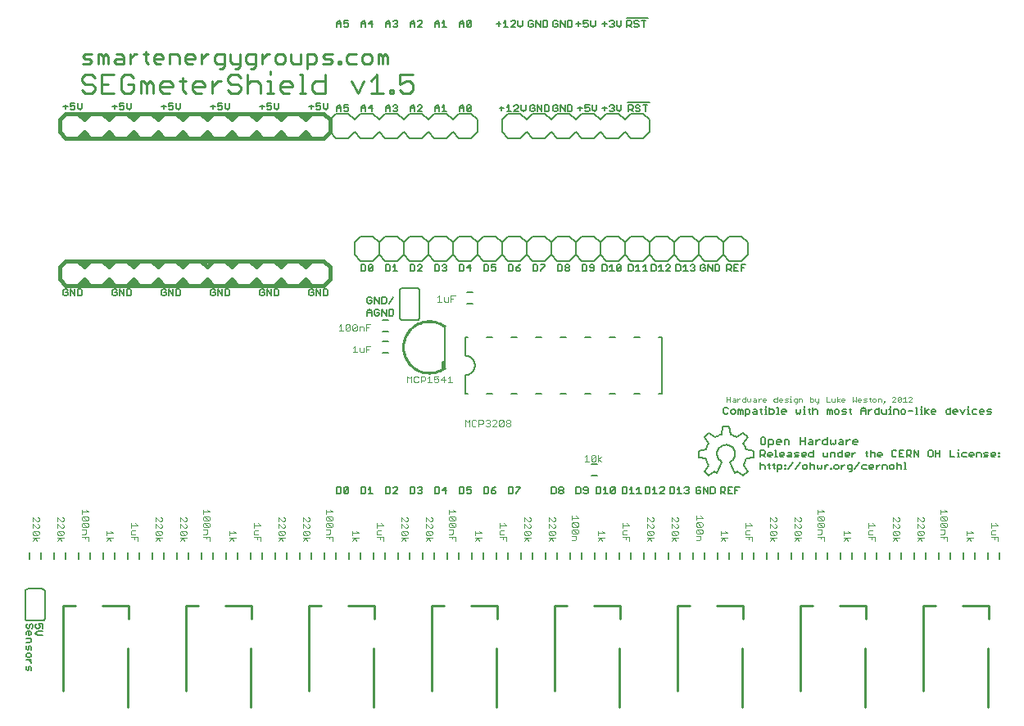
<source format=gto>
G75*
G70*
%OFA0B0*%
%FSLAX24Y24*%
%IPPOS*%
%LPD*%
%AMOC8*
5,1,8,0,0,1.08239X$1,22.5*
%
%ADD10C,0.0040*%
%ADD11C,0.0090*%
%ADD12C,0.0110*%
%ADD13C,0.0050*%
%ADD14C,0.0060*%
%ADD15C,0.0160*%
%ADD16C,0.0080*%
%ADD17C,0.0010*%
%ADD18C,0.0100*%
D10*
X001328Y009579D02*
X001414Y009709D01*
X001501Y009579D01*
X001588Y009709D02*
X001328Y009709D01*
X001371Y009812D02*
X001328Y009855D01*
X001328Y009942D01*
X001371Y009985D01*
X001544Y009812D01*
X001371Y009812D01*
X001371Y009985D02*
X001544Y009985D01*
X001588Y009942D01*
X001588Y009855D01*
X001544Y009812D01*
X001544Y010088D02*
X001588Y010131D01*
X001588Y010218D01*
X001544Y010261D01*
X001544Y010364D02*
X001588Y010407D01*
X001588Y010494D01*
X001544Y010538D01*
X001544Y010364D02*
X001501Y010364D01*
X001328Y010538D01*
X001328Y010364D01*
X001328Y010261D02*
X001501Y010088D01*
X001544Y010088D01*
X001328Y010088D02*
X001328Y010261D01*
X002328Y010261D02*
X002501Y010088D01*
X002544Y010088D01*
X002588Y010131D01*
X002588Y010218D01*
X002544Y010261D01*
X002544Y010364D02*
X002588Y010407D01*
X002588Y010494D01*
X002544Y010538D01*
X002544Y010364D02*
X002501Y010364D01*
X002328Y010538D01*
X002328Y010364D01*
X002328Y010261D02*
X002328Y010088D01*
X002371Y009985D02*
X002544Y009812D01*
X002371Y009812D01*
X002328Y009855D01*
X002328Y009942D01*
X002371Y009985D01*
X002544Y009985D01*
X002588Y009942D01*
X002588Y009855D01*
X002544Y009812D01*
X002588Y009709D02*
X002328Y009709D01*
X002414Y009709D02*
X002501Y009579D01*
X002414Y009709D02*
X002328Y009579D01*
X003328Y009745D02*
X003588Y009745D01*
X003588Y009572D01*
X003458Y009658D02*
X003458Y009745D01*
X003458Y009848D02*
X003328Y009848D01*
X003458Y009848D02*
X003501Y009891D01*
X003501Y010021D01*
X003328Y010021D01*
X003371Y010124D02*
X003328Y010167D01*
X003328Y010254D01*
X003371Y010298D01*
X003544Y010124D01*
X003371Y010124D01*
X003544Y010124D02*
X003588Y010167D01*
X003588Y010254D01*
X003544Y010298D01*
X003371Y010298D01*
X003371Y010400D02*
X003328Y010444D01*
X003328Y010530D01*
X003371Y010574D01*
X003544Y010400D01*
X003371Y010400D01*
X003544Y010400D02*
X003588Y010444D01*
X003588Y010530D01*
X003544Y010574D01*
X003371Y010574D01*
X003328Y010677D02*
X003328Y010850D01*
X003328Y010763D02*
X003588Y010763D01*
X003501Y010850D01*
X004328Y009975D02*
X004328Y009802D01*
X004328Y009888D02*
X004588Y009888D01*
X004501Y009975D01*
X004588Y009699D02*
X004328Y009699D01*
X004414Y009699D02*
X004501Y009569D01*
X004414Y009699D02*
X004328Y009569D01*
X005328Y009735D02*
X005588Y009735D01*
X005588Y009562D01*
X005458Y009648D02*
X005458Y009735D01*
X005501Y009838D02*
X005328Y009838D01*
X005328Y009968D01*
X005371Y010011D01*
X005501Y010011D01*
X005328Y010114D02*
X005328Y010288D01*
X005328Y010201D02*
X005588Y010201D01*
X005501Y010288D01*
X006328Y010261D02*
X006501Y010088D01*
X006544Y010088D01*
X006588Y010131D01*
X006588Y010218D01*
X006544Y010261D01*
X006544Y010364D02*
X006588Y010407D01*
X006588Y010494D01*
X006544Y010538D01*
X006544Y010364D02*
X006501Y010364D01*
X006328Y010538D01*
X006328Y010364D01*
X006328Y010261D02*
X006328Y010088D01*
X006371Y009985D02*
X006544Y009812D01*
X006371Y009812D01*
X006328Y009855D01*
X006328Y009942D01*
X006371Y009985D01*
X006544Y009985D01*
X006588Y009942D01*
X006588Y009855D01*
X006544Y009812D01*
X006588Y009709D02*
X006328Y009709D01*
X006414Y009709D02*
X006501Y009579D01*
X006414Y009709D02*
X006328Y009579D01*
X007328Y009579D02*
X007414Y009709D01*
X007501Y009579D01*
X007588Y009709D02*
X007328Y009709D01*
X007371Y009812D02*
X007328Y009855D01*
X007328Y009942D01*
X007371Y009985D01*
X007544Y009812D01*
X007371Y009812D01*
X007371Y009985D02*
X007544Y009985D01*
X007588Y009942D01*
X007588Y009855D01*
X007544Y009812D01*
X007544Y010088D02*
X007588Y010131D01*
X007588Y010218D01*
X007544Y010261D01*
X007544Y010364D02*
X007588Y010407D01*
X007588Y010494D01*
X007544Y010538D01*
X007544Y010364D02*
X007501Y010364D01*
X007328Y010538D01*
X007328Y010364D01*
X007328Y010261D02*
X007501Y010088D01*
X007544Y010088D01*
X007328Y010088D02*
X007328Y010261D01*
X008265Y010254D02*
X008308Y010298D01*
X008482Y010124D01*
X008308Y010124D01*
X008265Y010167D01*
X008265Y010254D01*
X008308Y010298D02*
X008482Y010298D01*
X008525Y010254D01*
X008525Y010167D01*
X008482Y010124D01*
X008438Y010021D02*
X008265Y010021D01*
X008265Y009848D02*
X008395Y009848D01*
X008438Y009891D01*
X008438Y010021D01*
X008395Y009745D02*
X008395Y009658D01*
X008525Y009572D02*
X008525Y009745D01*
X008265Y009745D01*
X008308Y010400D02*
X008265Y010444D01*
X008265Y010530D01*
X008308Y010574D01*
X008482Y010400D01*
X008308Y010400D01*
X008308Y010574D02*
X008482Y010574D01*
X008525Y010530D01*
X008525Y010444D01*
X008482Y010400D01*
X008265Y010677D02*
X008265Y010850D01*
X008265Y010763D02*
X008525Y010763D01*
X008438Y010850D01*
X009328Y009975D02*
X009328Y009802D01*
X009328Y009888D02*
X009588Y009888D01*
X009501Y009975D01*
X009588Y009699D02*
X009328Y009699D01*
X009414Y009699D02*
X009501Y009569D01*
X009414Y009699D02*
X009328Y009569D01*
X010328Y009735D02*
X010588Y009735D01*
X010588Y009562D01*
X010458Y009648D02*
X010458Y009735D01*
X010501Y009838D02*
X010328Y009838D01*
X010328Y009968D01*
X010371Y010011D01*
X010501Y010011D01*
X010328Y010114D02*
X010328Y010288D01*
X010328Y010201D02*
X010588Y010201D01*
X010501Y010288D01*
X011328Y010261D02*
X011501Y010088D01*
X011544Y010088D01*
X011588Y010131D01*
X011588Y010218D01*
X011544Y010261D01*
X011544Y010364D02*
X011588Y010407D01*
X011588Y010494D01*
X011544Y010538D01*
X011544Y010364D02*
X011501Y010364D01*
X011328Y010538D01*
X011328Y010364D01*
X011328Y010261D02*
X011328Y010088D01*
X011371Y009985D02*
X011544Y009812D01*
X011371Y009812D01*
X011328Y009855D01*
X011328Y009942D01*
X011371Y009985D01*
X011544Y009985D01*
X011588Y009942D01*
X011588Y009855D01*
X011544Y009812D01*
X011588Y009709D02*
X011328Y009709D01*
X011414Y009709D02*
X011501Y009579D01*
X011414Y009709D02*
X011328Y009579D01*
X012328Y009579D02*
X012414Y009709D01*
X012501Y009579D01*
X012588Y009709D02*
X012328Y009709D01*
X012371Y009812D02*
X012328Y009855D01*
X012328Y009942D01*
X012371Y009985D01*
X012544Y009812D01*
X012371Y009812D01*
X012371Y009985D02*
X012544Y009985D01*
X012588Y009942D01*
X012588Y009855D01*
X012544Y009812D01*
X012544Y010088D02*
X012588Y010131D01*
X012588Y010218D01*
X012544Y010261D01*
X012544Y010364D02*
X012588Y010407D01*
X012588Y010494D01*
X012544Y010538D01*
X012544Y010364D02*
X012501Y010364D01*
X012328Y010538D01*
X012328Y010364D01*
X012328Y010261D02*
X012501Y010088D01*
X012544Y010088D01*
X012328Y010088D02*
X012328Y010261D01*
X013265Y010254D02*
X013308Y010298D01*
X013482Y010124D01*
X013308Y010124D01*
X013265Y010167D01*
X013265Y010254D01*
X013308Y010298D02*
X013482Y010298D01*
X013525Y010254D01*
X013525Y010167D01*
X013482Y010124D01*
X013438Y010021D02*
X013265Y010021D01*
X013265Y009848D02*
X013395Y009848D01*
X013438Y009891D01*
X013438Y010021D01*
X013395Y009745D02*
X013395Y009658D01*
X013525Y009572D02*
X013525Y009745D01*
X013265Y009745D01*
X013308Y010400D02*
X013265Y010444D01*
X013265Y010530D01*
X013308Y010574D01*
X013482Y010400D01*
X013308Y010400D01*
X013308Y010574D02*
X013482Y010574D01*
X013525Y010530D01*
X013525Y010444D01*
X013482Y010400D01*
X013265Y010677D02*
X013265Y010850D01*
X013265Y010763D02*
X013525Y010763D01*
X013438Y010850D01*
X014328Y009975D02*
X014328Y009802D01*
X014328Y009888D02*
X014588Y009888D01*
X014501Y009975D01*
X014588Y009699D02*
X014328Y009699D01*
X014414Y009699D02*
X014501Y009569D01*
X014414Y009699D02*
X014328Y009569D01*
X015328Y009735D02*
X015588Y009735D01*
X015588Y009562D01*
X015458Y009648D02*
X015458Y009735D01*
X015501Y009838D02*
X015328Y009838D01*
X015328Y009968D01*
X015371Y010011D01*
X015501Y010011D01*
X015328Y010114D02*
X015328Y010288D01*
X015328Y010201D02*
X015588Y010201D01*
X015501Y010288D01*
X016328Y010261D02*
X016501Y010088D01*
X016544Y010088D01*
X016588Y010131D01*
X016588Y010218D01*
X016544Y010261D01*
X016544Y010364D02*
X016588Y010407D01*
X016588Y010494D01*
X016544Y010538D01*
X016544Y010364D02*
X016501Y010364D01*
X016328Y010538D01*
X016328Y010364D01*
X016328Y010261D02*
X016328Y010088D01*
X016371Y009985D02*
X016544Y009812D01*
X016371Y009812D01*
X016328Y009855D01*
X016328Y009942D01*
X016371Y009985D01*
X016544Y009985D01*
X016588Y009942D01*
X016588Y009855D01*
X016544Y009812D01*
X016588Y009709D02*
X016328Y009709D01*
X016414Y009709D02*
X016501Y009579D01*
X016414Y009709D02*
X016328Y009579D01*
X017328Y009579D02*
X017414Y009709D01*
X017501Y009579D01*
X017588Y009709D02*
X017328Y009709D01*
X017371Y009812D02*
X017328Y009855D01*
X017328Y009942D01*
X017371Y009985D01*
X017544Y009812D01*
X017371Y009812D01*
X017371Y009985D02*
X017544Y009985D01*
X017588Y009942D01*
X017588Y009855D01*
X017544Y009812D01*
X017544Y010088D02*
X017588Y010131D01*
X017588Y010218D01*
X017544Y010261D01*
X017544Y010364D02*
X017588Y010407D01*
X017588Y010494D01*
X017544Y010538D01*
X017544Y010364D02*
X017501Y010364D01*
X017328Y010538D01*
X017328Y010364D01*
X017328Y010261D02*
X017501Y010088D01*
X017544Y010088D01*
X017328Y010088D02*
X017328Y010261D01*
X018265Y010254D02*
X018308Y010298D01*
X018482Y010124D01*
X018308Y010124D01*
X018265Y010167D01*
X018265Y010254D01*
X018308Y010298D02*
X018482Y010298D01*
X018525Y010254D01*
X018525Y010167D01*
X018482Y010124D01*
X018438Y010021D02*
X018265Y010021D01*
X018265Y009848D02*
X018395Y009848D01*
X018438Y009891D01*
X018438Y010021D01*
X018395Y009745D02*
X018395Y009658D01*
X018525Y009572D02*
X018525Y009745D01*
X018265Y009745D01*
X018308Y010400D02*
X018265Y010444D01*
X018265Y010530D01*
X018308Y010574D01*
X018482Y010400D01*
X018308Y010400D01*
X018308Y010574D02*
X018482Y010574D01*
X018525Y010530D01*
X018525Y010444D01*
X018482Y010400D01*
X018265Y010677D02*
X018265Y010850D01*
X018265Y010763D02*
X018525Y010763D01*
X018438Y010850D01*
X019328Y009975D02*
X019328Y009802D01*
X019328Y009888D02*
X019588Y009888D01*
X019501Y009975D01*
X019588Y009699D02*
X019328Y009699D01*
X019414Y009699D02*
X019501Y009569D01*
X019414Y009699D02*
X019328Y009569D01*
X020328Y009735D02*
X020588Y009735D01*
X020588Y009562D01*
X020458Y009648D02*
X020458Y009735D01*
X020501Y009838D02*
X020328Y009838D01*
X020328Y009968D01*
X020371Y010011D01*
X020501Y010011D01*
X020328Y010114D02*
X020328Y010288D01*
X020328Y010201D02*
X020588Y010201D01*
X020501Y010288D01*
X021328Y010261D02*
X021328Y010088D01*
X021371Y009985D02*
X021328Y009942D01*
X021328Y009855D01*
X021371Y009812D01*
X021544Y009812D01*
X021371Y009985D01*
X021544Y009985D01*
X021588Y009942D01*
X021588Y009855D01*
X021544Y009812D01*
X021588Y009709D02*
X021328Y009709D01*
X021414Y009709D02*
X021328Y009579D01*
X021414Y009709D02*
X021501Y009579D01*
X021501Y010088D02*
X021544Y010088D01*
X021588Y010131D01*
X021588Y010218D01*
X021544Y010261D01*
X021544Y010364D02*
X021588Y010407D01*
X021588Y010494D01*
X021544Y010538D01*
X021544Y010364D02*
X021501Y010364D01*
X021328Y010538D01*
X021328Y010364D01*
X021328Y010261D02*
X021501Y010088D01*
X022328Y010088D02*
X022328Y010261D01*
X022501Y010088D01*
X022544Y010088D01*
X022588Y010131D01*
X022588Y010218D01*
X022544Y010261D01*
X022544Y010364D02*
X022588Y010407D01*
X022588Y010494D01*
X022544Y010538D01*
X022544Y010364D02*
X022501Y010364D01*
X022328Y010538D01*
X022328Y010364D01*
X022371Y009985D02*
X022544Y009812D01*
X022371Y009812D01*
X022328Y009855D01*
X022328Y009942D01*
X022371Y009985D01*
X022544Y009985D01*
X022588Y009942D01*
X022588Y009855D01*
X022544Y009812D01*
X022588Y009709D02*
X022328Y009709D01*
X022414Y009709D02*
X022501Y009579D01*
X022414Y009709D02*
X022328Y009579D01*
X023265Y009598D02*
X023395Y009598D01*
X023438Y009641D01*
X023438Y009771D01*
X023265Y009771D01*
X023308Y009874D02*
X023265Y009917D01*
X023265Y010004D01*
X023308Y010048D01*
X023482Y009874D01*
X023308Y009874D01*
X023308Y010048D02*
X023482Y010048D01*
X023525Y010004D01*
X023525Y009917D01*
X023482Y009874D01*
X023482Y010150D02*
X023308Y010324D01*
X023265Y010280D01*
X023265Y010194D01*
X023308Y010150D01*
X023482Y010150D01*
X023525Y010194D01*
X023525Y010280D01*
X023482Y010324D01*
X023308Y010324D01*
X023265Y010427D02*
X023265Y010600D01*
X023265Y010513D02*
X023525Y010513D01*
X023438Y010600D01*
X024328Y009975D02*
X024328Y009802D01*
X024328Y009888D02*
X024588Y009888D01*
X024501Y009975D01*
X024588Y009699D02*
X024328Y009699D01*
X024414Y009699D02*
X024501Y009569D01*
X024414Y009699D02*
X024328Y009569D01*
X025328Y009735D02*
X025588Y009735D01*
X025588Y009562D01*
X025458Y009648D02*
X025458Y009735D01*
X025501Y009838D02*
X025328Y009838D01*
X025328Y009968D01*
X025371Y010011D01*
X025501Y010011D01*
X025328Y010114D02*
X025328Y010288D01*
X025328Y010201D02*
X025588Y010201D01*
X025501Y010288D01*
X026328Y010261D02*
X026328Y010088D01*
X026371Y009985D02*
X026328Y009942D01*
X026328Y009855D01*
X026371Y009812D01*
X026544Y009812D01*
X026371Y009985D01*
X026544Y009985D01*
X026588Y009942D01*
X026588Y009855D01*
X026544Y009812D01*
X026588Y009709D02*
X026328Y009709D01*
X026414Y009709D02*
X026328Y009579D01*
X026414Y009709D02*
X026501Y009579D01*
X026501Y010088D02*
X026544Y010088D01*
X026588Y010131D01*
X026588Y010218D01*
X026544Y010261D01*
X026544Y010364D02*
X026588Y010407D01*
X026588Y010494D01*
X026544Y010538D01*
X026544Y010364D02*
X026501Y010364D01*
X026328Y010538D01*
X026328Y010364D01*
X026328Y010261D02*
X026501Y010088D01*
X027328Y010088D02*
X027328Y010261D01*
X027501Y010088D01*
X027544Y010088D01*
X027588Y010131D01*
X027588Y010218D01*
X027544Y010261D01*
X027544Y010364D02*
X027588Y010407D01*
X027588Y010494D01*
X027544Y010538D01*
X027544Y010364D02*
X027501Y010364D01*
X027328Y010538D01*
X027328Y010364D01*
X027371Y009985D02*
X027544Y009812D01*
X027371Y009812D01*
X027328Y009855D01*
X027328Y009942D01*
X027371Y009985D01*
X027544Y009985D01*
X027588Y009942D01*
X027588Y009855D01*
X027544Y009812D01*
X027588Y009709D02*
X027328Y009709D01*
X027414Y009709D02*
X027501Y009579D01*
X027414Y009709D02*
X027328Y009579D01*
X028328Y009598D02*
X028458Y009598D01*
X028501Y009641D01*
X028501Y009771D01*
X028328Y009771D01*
X028371Y009874D02*
X028328Y009917D01*
X028328Y010004D01*
X028371Y010048D01*
X028544Y009874D01*
X028371Y009874D01*
X028544Y009874D02*
X028588Y009917D01*
X028588Y010004D01*
X028544Y010048D01*
X028371Y010048D01*
X028371Y010150D02*
X028328Y010194D01*
X028328Y010280D01*
X028371Y010324D01*
X028544Y010150D01*
X028371Y010150D01*
X028544Y010150D02*
X028588Y010194D01*
X028588Y010280D01*
X028544Y010324D01*
X028371Y010324D01*
X028328Y010427D02*
X028328Y010600D01*
X028328Y010513D02*
X028588Y010513D01*
X028501Y010600D01*
X029328Y009975D02*
X029328Y009802D01*
X029328Y009888D02*
X029588Y009888D01*
X029501Y009975D01*
X029588Y009699D02*
X029328Y009699D01*
X029414Y009699D02*
X029501Y009569D01*
X029414Y009699D02*
X029328Y009569D01*
X030328Y009735D02*
X030588Y009735D01*
X030588Y009562D01*
X030458Y009648D02*
X030458Y009735D01*
X030501Y009838D02*
X030328Y009838D01*
X030328Y009968D01*
X030371Y010011D01*
X030501Y010011D01*
X030328Y010114D02*
X030328Y010288D01*
X030328Y010201D02*
X030588Y010201D01*
X030501Y010288D01*
X031328Y010261D02*
X031328Y010088D01*
X031371Y009985D02*
X031544Y009812D01*
X031371Y009812D01*
X031328Y009855D01*
X031328Y009942D01*
X031371Y009985D01*
X031544Y009985D01*
X031588Y009942D01*
X031588Y009855D01*
X031544Y009812D01*
X031588Y009709D02*
X031328Y009709D01*
X031414Y009709D02*
X031328Y009579D01*
X031414Y009709D02*
X031501Y009579D01*
X031501Y010088D02*
X031544Y010088D01*
X031588Y010131D01*
X031588Y010218D01*
X031544Y010261D01*
X031544Y010364D02*
X031588Y010407D01*
X031588Y010494D01*
X031544Y010538D01*
X031544Y010364D02*
X031501Y010364D01*
X031328Y010538D01*
X031328Y010364D01*
X031328Y010261D02*
X031501Y010088D01*
X032328Y010088D02*
X032328Y010261D01*
X032501Y010088D01*
X032544Y010088D01*
X032588Y010131D01*
X032588Y010218D01*
X032544Y010261D01*
X032544Y010364D02*
X032588Y010407D01*
X032588Y010494D01*
X032544Y010538D01*
X032544Y010364D02*
X032501Y010364D01*
X032328Y010538D01*
X032328Y010364D01*
X032371Y009985D02*
X032544Y009812D01*
X032371Y009812D01*
X032328Y009855D01*
X032328Y009942D01*
X032371Y009985D01*
X032544Y009985D01*
X032588Y009942D01*
X032588Y009855D01*
X032544Y009812D01*
X032588Y009709D02*
X032328Y009709D01*
X032414Y009709D02*
X032501Y009579D01*
X032414Y009709D02*
X032328Y009579D01*
X033265Y009745D02*
X033525Y009745D01*
X033525Y009572D01*
X033395Y009658D02*
X033395Y009745D01*
X033395Y009848D02*
X033265Y009848D01*
X033395Y009848D02*
X033438Y009891D01*
X033438Y010021D01*
X033265Y010021D01*
X033308Y010124D02*
X033265Y010167D01*
X033265Y010254D01*
X033308Y010298D01*
X033482Y010124D01*
X033308Y010124D01*
X033308Y010298D02*
X033482Y010298D01*
X033525Y010254D01*
X033525Y010167D01*
X033482Y010124D01*
X033482Y010400D02*
X033308Y010574D01*
X033265Y010530D01*
X033265Y010444D01*
X033308Y010400D01*
X033482Y010400D01*
X033525Y010444D01*
X033525Y010530D01*
X033482Y010574D01*
X033308Y010574D01*
X033265Y010677D02*
X033265Y010850D01*
X033265Y010763D02*
X033525Y010763D01*
X033438Y010850D01*
X034328Y009975D02*
X034328Y009802D01*
X034328Y009888D02*
X034588Y009888D01*
X034501Y009975D01*
X034588Y009699D02*
X034328Y009699D01*
X034414Y009699D02*
X034501Y009569D01*
X034414Y009699D02*
X034328Y009569D01*
X035328Y009735D02*
X035588Y009735D01*
X035588Y009562D01*
X035458Y009648D02*
X035458Y009735D01*
X035501Y009838D02*
X035328Y009838D01*
X035328Y009968D01*
X035371Y010011D01*
X035501Y010011D01*
X035328Y010114D02*
X035328Y010288D01*
X035328Y010201D02*
X035588Y010201D01*
X035501Y010288D01*
X036328Y010261D02*
X036328Y010088D01*
X036371Y009985D02*
X036544Y009812D01*
X036371Y009812D01*
X036328Y009855D01*
X036328Y009942D01*
X036371Y009985D01*
X036544Y009985D01*
X036588Y009942D01*
X036588Y009855D01*
X036544Y009812D01*
X036588Y009709D02*
X036328Y009709D01*
X036414Y009709D02*
X036328Y009579D01*
X036414Y009709D02*
X036501Y009579D01*
X036501Y010088D02*
X036544Y010088D01*
X036588Y010131D01*
X036588Y010218D01*
X036544Y010261D01*
X036544Y010364D02*
X036588Y010407D01*
X036588Y010494D01*
X036544Y010538D01*
X036544Y010364D02*
X036501Y010364D01*
X036328Y010538D01*
X036328Y010364D01*
X036328Y010261D02*
X036501Y010088D01*
X037328Y010088D02*
X037328Y010261D01*
X037501Y010088D01*
X037544Y010088D01*
X037588Y010131D01*
X037588Y010218D01*
X037544Y010261D01*
X037544Y010364D02*
X037588Y010407D01*
X037588Y010494D01*
X037544Y010538D01*
X037544Y010364D02*
X037501Y010364D01*
X037328Y010538D01*
X037328Y010364D01*
X037371Y009985D02*
X037544Y009812D01*
X037371Y009812D01*
X037328Y009855D01*
X037328Y009942D01*
X037371Y009985D01*
X037544Y009985D01*
X037588Y009942D01*
X037588Y009855D01*
X037544Y009812D01*
X037588Y009709D02*
X037328Y009709D01*
X037414Y009709D02*
X037501Y009579D01*
X037414Y009709D02*
X037328Y009579D01*
X038265Y009745D02*
X038525Y009745D01*
X038525Y009572D01*
X038395Y009658D02*
X038395Y009745D01*
X038395Y009848D02*
X038265Y009848D01*
X038395Y009848D02*
X038438Y009891D01*
X038438Y010021D01*
X038265Y010021D01*
X038308Y010124D02*
X038265Y010167D01*
X038265Y010254D01*
X038308Y010298D01*
X038482Y010124D01*
X038308Y010124D01*
X038308Y010298D02*
X038482Y010298D01*
X038525Y010254D01*
X038525Y010167D01*
X038482Y010124D01*
X038482Y010400D02*
X038308Y010574D01*
X038265Y010530D01*
X038265Y010444D01*
X038308Y010400D01*
X038482Y010400D01*
X038525Y010444D01*
X038525Y010530D01*
X038482Y010574D01*
X038308Y010574D01*
X038265Y010677D02*
X038265Y010850D01*
X038265Y010763D02*
X038525Y010763D01*
X038438Y010850D01*
X039328Y009975D02*
X039328Y009802D01*
X039328Y009888D02*
X039588Y009888D01*
X039501Y009975D01*
X039588Y009699D02*
X039328Y009699D01*
X039414Y009699D02*
X039501Y009569D01*
X039414Y009699D02*
X039328Y009569D01*
X040328Y009735D02*
X040588Y009735D01*
X040588Y009562D01*
X040458Y009648D02*
X040458Y009735D01*
X040501Y009838D02*
X040328Y009838D01*
X040328Y009968D01*
X040371Y010011D01*
X040501Y010011D01*
X040328Y010114D02*
X040328Y010288D01*
X040328Y010201D02*
X040588Y010201D01*
X040501Y010288D01*
X035937Y015173D02*
X036004Y015240D01*
X035970Y015240D01*
X035970Y015273D01*
X036004Y015273D01*
X036004Y015240D01*
X035849Y015240D02*
X035849Y015340D01*
X035816Y015373D01*
X035716Y015373D01*
X035716Y015240D01*
X035628Y015273D02*
X035628Y015340D01*
X035595Y015373D01*
X035528Y015373D01*
X035495Y015340D01*
X035495Y015273D01*
X035528Y015240D01*
X035595Y015240D01*
X035628Y015273D01*
X035414Y015240D02*
X035381Y015273D01*
X035381Y015407D01*
X035348Y015373D02*
X035414Y015373D01*
X035260Y015373D02*
X035160Y015373D01*
X035127Y015340D01*
X035160Y015307D01*
X035227Y015307D01*
X035260Y015273D01*
X035227Y015240D01*
X035127Y015240D01*
X035039Y015307D02*
X034906Y015307D01*
X034906Y015340D02*
X034939Y015373D01*
X035006Y015373D01*
X035039Y015340D01*
X035039Y015307D01*
X035006Y015240D02*
X034939Y015240D01*
X034906Y015273D01*
X034906Y015340D01*
X034818Y015240D02*
X034818Y015440D01*
X034685Y015440D02*
X034685Y015240D01*
X034751Y015307D01*
X034818Y015240D01*
X034376Y015307D02*
X034243Y015307D01*
X034243Y015340D02*
X034276Y015373D01*
X034343Y015373D01*
X034376Y015340D01*
X034376Y015307D01*
X034343Y015240D02*
X034276Y015240D01*
X034243Y015273D01*
X034243Y015340D01*
X034159Y015373D02*
X034058Y015307D01*
X034159Y015240D01*
X034058Y015240D02*
X034058Y015440D01*
X033971Y015373D02*
X033971Y015240D01*
X033871Y015240D01*
X033837Y015273D01*
X033837Y015373D01*
X033750Y015240D02*
X033616Y015240D01*
X033616Y015440D01*
X033308Y015373D02*
X033308Y015207D01*
X033275Y015173D01*
X033241Y015173D01*
X033208Y015240D02*
X033308Y015240D01*
X033208Y015240D02*
X033174Y015273D01*
X033174Y015373D01*
X033087Y015340D02*
X033054Y015373D01*
X032953Y015373D01*
X032953Y015440D02*
X032953Y015240D01*
X033054Y015240D01*
X033087Y015273D01*
X033087Y015340D01*
X032645Y015340D02*
X032645Y015240D01*
X032645Y015340D02*
X032612Y015373D01*
X032512Y015373D01*
X032512Y015240D01*
X032424Y015240D02*
X032324Y015240D01*
X032291Y015273D01*
X032291Y015340D01*
X032324Y015373D01*
X032424Y015373D01*
X032424Y015207D01*
X032391Y015173D01*
X032357Y015173D01*
X032210Y015240D02*
X032143Y015240D01*
X032177Y015240D02*
X032177Y015373D01*
X032143Y015373D01*
X032177Y015440D02*
X032177Y015474D01*
X032056Y015373D02*
X031956Y015373D01*
X031922Y015340D01*
X031956Y015307D01*
X032022Y015307D01*
X032056Y015273D01*
X032022Y015240D01*
X031922Y015240D01*
X031835Y015307D02*
X031701Y015307D01*
X031701Y015340D02*
X031735Y015373D01*
X031801Y015373D01*
X031835Y015340D01*
X031835Y015307D01*
X031801Y015240D02*
X031735Y015240D01*
X031701Y015273D01*
X031701Y015340D01*
X031614Y015373D02*
X031514Y015373D01*
X031480Y015340D01*
X031480Y015273D01*
X031514Y015240D01*
X031614Y015240D01*
X031614Y015440D01*
X031172Y015340D02*
X031172Y015307D01*
X031038Y015307D01*
X031038Y015340D02*
X031072Y015373D01*
X031138Y015373D01*
X031172Y015340D01*
X031138Y015240D02*
X031072Y015240D01*
X031038Y015273D01*
X031038Y015340D01*
X030954Y015373D02*
X030921Y015373D01*
X030854Y015307D01*
X030854Y015373D02*
X030854Y015240D01*
X030767Y015240D02*
X030666Y015240D01*
X030633Y015273D01*
X030666Y015307D01*
X030767Y015307D01*
X030767Y015340D02*
X030767Y015240D01*
X030767Y015340D02*
X030733Y015373D01*
X030666Y015373D01*
X030546Y015373D02*
X030546Y015273D01*
X030512Y015240D01*
X030479Y015273D01*
X030445Y015240D01*
X030412Y015273D01*
X030412Y015373D01*
X030325Y015373D02*
X030224Y015373D01*
X030191Y015340D01*
X030191Y015273D01*
X030224Y015240D01*
X030325Y015240D01*
X030325Y015440D01*
X030107Y015373D02*
X030074Y015373D01*
X030007Y015307D01*
X030007Y015373D02*
X030007Y015240D01*
X029919Y015240D02*
X029819Y015240D01*
X029786Y015273D01*
X029819Y015307D01*
X029919Y015307D01*
X029919Y015340D02*
X029919Y015240D01*
X029919Y015340D02*
X029886Y015373D01*
X029819Y015373D01*
X029698Y015340D02*
X029565Y015340D01*
X029565Y015240D02*
X029565Y015440D01*
X029698Y015440D02*
X029698Y015240D01*
X024473Y012988D02*
X024342Y012902D01*
X024473Y012815D01*
X024342Y012815D02*
X024342Y013075D01*
X024240Y013032D02*
X024066Y012858D01*
X024110Y012815D01*
X024196Y012815D01*
X024240Y012858D01*
X024240Y013032D01*
X024196Y013075D01*
X024110Y013075D01*
X024066Y013032D01*
X024066Y012858D01*
X023963Y012815D02*
X023790Y012815D01*
X023877Y012815D02*
X023877Y013075D01*
X023790Y012988D01*
X020758Y014283D02*
X020715Y014240D01*
X020628Y014240D01*
X020585Y014283D01*
X020585Y014327D01*
X020628Y014370D01*
X020715Y014370D01*
X020758Y014327D01*
X020758Y014283D01*
X020715Y014370D02*
X020758Y014413D01*
X020758Y014457D01*
X020715Y014500D01*
X020628Y014500D01*
X020585Y014457D01*
X020585Y014413D01*
X020628Y014370D01*
X020482Y014283D02*
X020439Y014240D01*
X020352Y014240D01*
X020309Y014283D01*
X020482Y014457D01*
X020482Y014283D01*
X020309Y014283D02*
X020309Y014457D01*
X020352Y014500D01*
X020439Y014500D01*
X020482Y014457D01*
X020206Y014457D02*
X020163Y014500D01*
X020076Y014500D01*
X020032Y014457D01*
X019930Y014457D02*
X019930Y014413D01*
X019886Y014370D01*
X019930Y014327D01*
X019930Y014283D01*
X019886Y014240D01*
X019800Y014240D01*
X019756Y014283D01*
X019843Y014370D02*
X019886Y014370D01*
X019930Y014457D02*
X019886Y014500D01*
X019800Y014500D01*
X019756Y014457D01*
X019653Y014457D02*
X019653Y014370D01*
X019610Y014327D01*
X019480Y014327D01*
X019480Y014240D02*
X019480Y014500D01*
X019610Y014500D01*
X019653Y014457D01*
X019377Y014457D02*
X019334Y014500D01*
X019247Y014500D01*
X019204Y014457D01*
X019204Y014283D01*
X019247Y014240D01*
X019334Y014240D01*
X019377Y014283D01*
X019101Y014240D02*
X019101Y014500D01*
X019014Y014413D01*
X018928Y014500D01*
X018928Y014240D01*
X020032Y014240D02*
X020206Y014413D01*
X020206Y014457D01*
X020206Y014240D02*
X020032Y014240D01*
X018396Y016021D02*
X018222Y016021D01*
X018309Y016021D02*
X018309Y016281D01*
X018222Y016195D01*
X018120Y016151D02*
X017946Y016151D01*
X018076Y016281D01*
X018076Y016021D01*
X017843Y016065D02*
X017843Y016151D01*
X017800Y016195D01*
X017757Y016195D01*
X017670Y016151D01*
X017670Y016281D01*
X017843Y016281D01*
X017843Y016065D02*
X017800Y016021D01*
X017713Y016021D01*
X017670Y016065D01*
X017567Y016021D02*
X017394Y016021D01*
X017480Y016021D02*
X017480Y016281D01*
X017394Y016195D01*
X017291Y016238D02*
X017291Y016151D01*
X017248Y016108D01*
X017117Y016108D01*
X017117Y016021D02*
X017117Y016281D01*
X017248Y016281D01*
X017291Y016238D01*
X017015Y016238D02*
X016971Y016281D01*
X016885Y016281D01*
X016841Y016238D01*
X016841Y016065D01*
X016885Y016021D01*
X016971Y016021D01*
X017015Y016065D01*
X016738Y016021D02*
X016738Y016281D01*
X016652Y016195D01*
X016565Y016281D01*
X016565Y016021D01*
X014905Y017253D02*
X014905Y017513D01*
X015078Y017513D01*
X014992Y017383D02*
X014905Y017383D01*
X014802Y017426D02*
X014802Y017253D01*
X014672Y017253D01*
X014629Y017296D01*
X014629Y017426D01*
X014526Y017253D02*
X014353Y017253D01*
X014439Y017253D02*
X014439Y017513D01*
X014353Y017426D01*
X014386Y018128D02*
X014342Y018171D01*
X014516Y018344D01*
X014516Y018171D01*
X014473Y018128D01*
X014386Y018128D01*
X014342Y018171D02*
X014342Y018344D01*
X014386Y018388D01*
X014473Y018388D01*
X014516Y018344D01*
X014619Y018301D02*
X014749Y018301D01*
X014792Y018258D01*
X014792Y018128D01*
X014895Y018128D02*
X014895Y018388D01*
X015068Y018388D01*
X014982Y018258D02*
X014895Y018258D01*
X014619Y018301D02*
X014619Y018128D01*
X014240Y018171D02*
X014196Y018128D01*
X014110Y018128D01*
X014066Y018171D01*
X014240Y018344D01*
X014240Y018171D01*
X014240Y018344D02*
X014196Y018388D01*
X014110Y018388D01*
X014066Y018344D01*
X014066Y018171D01*
X013963Y018128D02*
X013790Y018128D01*
X013877Y018128D02*
X013877Y018388D01*
X013790Y018301D01*
X017790Y019315D02*
X017963Y019315D01*
X017877Y019315D02*
X017877Y019575D01*
X017790Y019488D01*
X018066Y019488D02*
X018066Y019358D01*
X018110Y019315D01*
X018240Y019315D01*
X018240Y019488D01*
X018342Y019445D02*
X018429Y019445D01*
X018342Y019315D02*
X018342Y019575D01*
X018516Y019575D01*
X036305Y015407D02*
X036338Y015440D01*
X036405Y015440D01*
X036439Y015407D01*
X036439Y015373D01*
X036305Y015240D01*
X036439Y015240D01*
X036526Y015273D02*
X036660Y015407D01*
X036660Y015273D01*
X036626Y015240D01*
X036559Y015240D01*
X036526Y015273D01*
X036526Y015407D01*
X036559Y015440D01*
X036626Y015440D01*
X036660Y015407D01*
X036747Y015373D02*
X036814Y015440D01*
X036814Y015240D01*
X036747Y015240D02*
X036881Y015240D01*
X036968Y015240D02*
X037102Y015373D01*
X037102Y015407D01*
X037068Y015440D01*
X037001Y015440D01*
X036968Y015407D01*
X036968Y015240D02*
X037102Y015240D01*
D11*
X016788Y027925D02*
X016659Y027796D01*
X016402Y027796D01*
X016274Y027925D01*
X016274Y028182D02*
X016531Y028310D01*
X016659Y028310D01*
X016788Y028182D01*
X016788Y027925D01*
X016274Y028182D02*
X016274Y028567D01*
X016788Y028567D01*
X016006Y027925D02*
X016006Y027796D01*
X015878Y027796D01*
X015878Y027925D01*
X016006Y027925D01*
X015600Y027796D02*
X015086Y027796D01*
X015343Y027796D02*
X015343Y028567D01*
X015086Y028310D01*
X014808Y028310D02*
X014551Y027796D01*
X014294Y028310D01*
X013224Y028310D02*
X012839Y028310D01*
X012711Y028182D01*
X012711Y027925D01*
X012839Y027796D01*
X013224Y027796D01*
X013224Y028567D01*
X012311Y028567D02*
X012311Y027796D01*
X012183Y027796D02*
X012440Y027796D01*
X011905Y028053D02*
X011391Y028053D01*
X011391Y027925D02*
X011391Y028182D01*
X011519Y028310D01*
X011776Y028310D01*
X011905Y028182D01*
X011905Y028053D01*
X011776Y027796D02*
X011519Y027796D01*
X011391Y027925D01*
X011120Y027796D02*
X010863Y027796D01*
X010991Y027796D02*
X010991Y028310D01*
X010863Y028310D01*
X010991Y028567D02*
X010991Y028695D01*
X010585Y028182D02*
X010585Y027796D01*
X010071Y027796D02*
X010071Y028567D01*
X010199Y028310D02*
X010456Y028310D01*
X010585Y028182D01*
X010199Y028310D02*
X010071Y028182D01*
X009793Y028053D02*
X009793Y027925D01*
X009664Y027796D01*
X009408Y027796D01*
X009279Y027925D01*
X009408Y028182D02*
X009664Y028182D01*
X009793Y028053D01*
X009793Y028438D02*
X009664Y028567D01*
X009408Y028567D01*
X009279Y028438D01*
X009279Y028310D01*
X009408Y028182D01*
X009005Y028310D02*
X008876Y028310D01*
X008619Y028053D01*
X008619Y027796D02*
X008619Y028310D01*
X008341Y028182D02*
X008341Y028053D01*
X007827Y028053D01*
X007827Y027925D02*
X007827Y028182D01*
X007956Y028310D01*
X008213Y028310D01*
X008341Y028182D01*
X007956Y027796D02*
X007827Y027925D01*
X007956Y027796D02*
X008213Y027796D01*
X007556Y027796D02*
X007428Y027925D01*
X007428Y028438D01*
X007299Y028310D02*
X007556Y028310D01*
X007021Y028182D02*
X007021Y028053D01*
X006508Y028053D01*
X006508Y027925D02*
X006508Y028182D01*
X006636Y028310D01*
X006893Y028310D01*
X007021Y028182D01*
X006636Y027796D02*
X006508Y027925D01*
X006636Y027796D02*
X006893Y027796D01*
X006229Y027796D02*
X006229Y028182D01*
X006101Y028310D01*
X005973Y028182D01*
X005973Y027796D01*
X005716Y027796D02*
X005716Y028310D01*
X005844Y028310D01*
X005973Y028182D01*
X005438Y028182D02*
X005438Y027925D01*
X005309Y027796D01*
X005052Y027796D01*
X004924Y027925D01*
X004924Y028438D01*
X005052Y028567D01*
X005309Y028567D01*
X005438Y028438D01*
X005438Y028182D02*
X005181Y028182D01*
X004646Y028567D02*
X004132Y028567D01*
X004132Y027796D01*
X004646Y027796D01*
X004389Y028182D02*
X004132Y028182D01*
X003854Y028053D02*
X003854Y027925D01*
X003725Y027796D01*
X003468Y027796D01*
X003340Y027925D01*
X003468Y028182D02*
X003340Y028310D01*
X003340Y028438D01*
X003468Y028567D01*
X003725Y028567D01*
X003854Y028438D01*
X003725Y028182D02*
X003854Y028053D01*
X003725Y028182D02*
X003468Y028182D01*
X012183Y028567D02*
X012311Y028567D01*
D12*
X012481Y028797D02*
X012481Y029387D01*
X012776Y029387D01*
X012875Y029289D01*
X012875Y029092D01*
X012776Y028994D01*
X012481Y028994D01*
X012230Y028994D02*
X012230Y029387D01*
X012230Y028994D02*
X011935Y028994D01*
X011837Y029092D01*
X011837Y029387D01*
X011586Y029289D02*
X011586Y029092D01*
X011487Y028994D01*
X011290Y028994D01*
X011192Y029092D01*
X011192Y029289D01*
X011290Y029387D01*
X011487Y029387D01*
X011586Y029289D01*
X010950Y029387D02*
X010852Y029387D01*
X010655Y029191D01*
X010655Y029387D02*
X010655Y028994D01*
X010404Y028994D02*
X010109Y028994D01*
X010010Y029092D01*
X010010Y029289D01*
X010109Y029387D01*
X010404Y029387D01*
X010404Y028895D01*
X010306Y028797D01*
X010207Y028797D01*
X009759Y028895D02*
X009759Y029387D01*
X009366Y029387D02*
X009366Y029092D01*
X009464Y028994D01*
X009759Y028994D01*
X009759Y028895D02*
X009661Y028797D01*
X009563Y028797D01*
X009115Y028895D02*
X009115Y029387D01*
X008820Y029387D01*
X008721Y029289D01*
X008721Y029092D01*
X008820Y028994D01*
X009115Y028994D01*
X009115Y028895D02*
X009016Y028797D01*
X008918Y028797D01*
X008479Y029387D02*
X008381Y029387D01*
X008184Y029191D01*
X008184Y029387D02*
X008184Y028994D01*
X007933Y029191D02*
X007540Y029191D01*
X007540Y029289D02*
X007638Y029387D01*
X007835Y029387D01*
X007933Y029289D01*
X007933Y029191D01*
X007835Y028994D02*
X007638Y028994D01*
X007540Y029092D01*
X007540Y029289D01*
X007289Y029289D02*
X007289Y028994D01*
X007289Y029289D02*
X007190Y029387D01*
X006895Y029387D01*
X006895Y028994D01*
X006644Y029191D02*
X006250Y029191D01*
X006250Y029289D02*
X006349Y029387D01*
X006546Y029387D01*
X006644Y029289D01*
X006644Y029191D01*
X006546Y028994D02*
X006349Y028994D01*
X006250Y029092D01*
X006250Y029289D01*
X006018Y029387D02*
X005821Y029387D01*
X005919Y029486D02*
X005919Y029092D01*
X006018Y028994D01*
X005579Y029387D02*
X005480Y029387D01*
X005284Y029191D01*
X005284Y029387D02*
X005284Y028994D01*
X005033Y028994D02*
X004738Y028994D01*
X004639Y029092D01*
X004738Y029191D01*
X005033Y029191D01*
X005033Y029289D02*
X005033Y028994D01*
X005033Y029289D02*
X004934Y029387D01*
X004738Y029387D01*
X004388Y029289D02*
X004388Y028994D01*
X004191Y028994D02*
X004191Y029289D01*
X004290Y029387D01*
X004388Y029289D01*
X004191Y029289D02*
X004093Y029387D01*
X003995Y029387D01*
X003995Y028994D01*
X003744Y029092D02*
X003645Y029191D01*
X003448Y029191D01*
X003350Y029289D01*
X003448Y029387D01*
X003744Y029387D01*
X003744Y029092D02*
X003645Y028994D01*
X003350Y028994D01*
X013126Y028994D02*
X013421Y028994D01*
X013519Y029092D01*
X013421Y029191D01*
X013224Y029191D01*
X013126Y029289D01*
X013224Y029387D01*
X013519Y029387D01*
X013770Y029092D02*
X013869Y029092D01*
X013869Y028994D01*
X013770Y028994D01*
X013770Y029092D01*
X014092Y029092D02*
X014092Y029289D01*
X014191Y029387D01*
X014486Y029387D01*
X014737Y029289D02*
X014737Y029092D01*
X014835Y028994D01*
X015032Y028994D01*
X015131Y029092D01*
X015131Y029289D01*
X015032Y029387D01*
X014835Y029387D01*
X014737Y029289D01*
X014486Y028994D02*
X014191Y028994D01*
X014092Y029092D01*
X015382Y028994D02*
X015382Y029387D01*
X015480Y029387D01*
X015578Y029289D01*
X015677Y029387D01*
X015775Y029289D01*
X015775Y028994D01*
X015578Y028994D02*
X015578Y029289D01*
D13*
X015695Y030495D02*
X015695Y030675D01*
X015785Y030765D01*
X015875Y030675D01*
X015875Y030495D01*
X015990Y030540D02*
X016035Y030495D01*
X016125Y030495D01*
X016170Y030540D01*
X016170Y030585D01*
X016125Y030630D01*
X016080Y030630D01*
X016125Y030630D02*
X016170Y030675D01*
X016170Y030720D01*
X016125Y030765D01*
X016035Y030765D01*
X015990Y030720D01*
X015875Y030630D02*
X015695Y030630D01*
X015170Y030630D02*
X014990Y030630D01*
X015125Y030765D01*
X015125Y030495D01*
X014875Y030495D02*
X014875Y030675D01*
X014785Y030765D01*
X014695Y030675D01*
X014695Y030495D01*
X014695Y030630D02*
X014875Y030630D01*
X014170Y030630D02*
X014170Y030540D01*
X014125Y030495D01*
X014035Y030495D01*
X013990Y030540D01*
X013990Y030630D02*
X014080Y030675D01*
X014125Y030675D01*
X014170Y030630D01*
X014170Y030765D02*
X013990Y030765D01*
X013990Y030630D01*
X013875Y030630D02*
X013695Y030630D01*
X013695Y030675D02*
X013785Y030765D01*
X013875Y030675D01*
X013875Y030495D01*
X013695Y030495D02*
X013695Y030675D01*
X016695Y030675D02*
X016785Y030765D01*
X016875Y030675D01*
X016875Y030495D01*
X016990Y030495D02*
X017170Y030675D01*
X017170Y030720D01*
X017125Y030765D01*
X017035Y030765D01*
X016990Y030720D01*
X016875Y030630D02*
X016695Y030630D01*
X016695Y030675D02*
X016695Y030495D01*
X016990Y030495D02*
X017170Y030495D01*
X017695Y030495D02*
X017695Y030675D01*
X017785Y030765D01*
X017875Y030675D01*
X017875Y030495D01*
X017990Y030495D02*
X018170Y030495D01*
X018080Y030495D02*
X018080Y030765D01*
X017990Y030675D01*
X017875Y030630D02*
X017695Y030630D01*
X018695Y030630D02*
X018875Y030630D01*
X018875Y030675D02*
X018875Y030495D01*
X018990Y030540D02*
X019170Y030720D01*
X019170Y030540D01*
X019125Y030495D01*
X019035Y030495D01*
X018990Y030540D01*
X018990Y030720D01*
X019035Y030765D01*
X019125Y030765D01*
X019170Y030720D01*
X018875Y030675D02*
X018785Y030765D01*
X018695Y030675D01*
X018695Y030495D01*
X020195Y030630D02*
X020375Y030630D01*
X020490Y030675D02*
X020580Y030765D01*
X020580Y030495D01*
X020490Y030495D02*
X020670Y030495D01*
X020784Y030495D02*
X020964Y030675D01*
X020964Y030720D01*
X020919Y030765D01*
X020829Y030765D01*
X020784Y030720D01*
X020784Y030495D02*
X020964Y030495D01*
X021079Y030585D02*
X021169Y030495D01*
X021259Y030585D01*
X021259Y030765D01*
X021079Y030765D02*
X021079Y030585D01*
X021508Y030540D02*
X021508Y030720D01*
X021553Y030765D01*
X021643Y030765D01*
X021688Y030720D01*
X021688Y030630D02*
X021598Y030630D01*
X021688Y030630D02*
X021688Y030540D01*
X021643Y030495D01*
X021553Y030495D01*
X021508Y030540D01*
X021802Y030495D02*
X021802Y030765D01*
X021982Y030495D01*
X021982Y030765D01*
X022097Y030765D02*
X022232Y030765D01*
X022277Y030720D01*
X022277Y030540D01*
X022232Y030495D01*
X022097Y030495D01*
X022097Y030765D01*
X022508Y030720D02*
X022508Y030540D01*
X022553Y030495D01*
X022643Y030495D01*
X022688Y030540D01*
X022688Y030630D01*
X022598Y030630D01*
X022688Y030720D02*
X022643Y030765D01*
X022553Y030765D01*
X022508Y030720D01*
X022802Y030765D02*
X022982Y030495D01*
X022982Y030765D01*
X023097Y030765D02*
X023097Y030495D01*
X023232Y030495D01*
X023277Y030540D01*
X023277Y030720D01*
X023232Y030765D01*
X023097Y030765D01*
X022802Y030765D02*
X022802Y030495D01*
X023445Y030630D02*
X023625Y030630D01*
X023740Y030630D02*
X023830Y030675D01*
X023875Y030675D01*
X023920Y030630D01*
X023920Y030540D01*
X023875Y030495D01*
X023785Y030495D01*
X023740Y030540D01*
X023740Y030630D02*
X023740Y030765D01*
X023920Y030765D01*
X024034Y030765D02*
X024034Y030585D01*
X024124Y030495D01*
X024214Y030585D01*
X024214Y030765D01*
X024508Y030630D02*
X024688Y030630D01*
X024598Y030720D02*
X024598Y030540D01*
X024802Y030540D02*
X024847Y030495D01*
X024937Y030495D01*
X024982Y030540D01*
X024982Y030585D01*
X024937Y030630D01*
X024892Y030630D01*
X024937Y030630D02*
X024982Y030675D01*
X024982Y030720D01*
X024937Y030765D01*
X024847Y030765D01*
X024802Y030720D01*
X025097Y030765D02*
X025097Y030585D01*
X025187Y030495D01*
X025277Y030585D01*
X025277Y030765D01*
X025483Y030865D02*
X026366Y030865D01*
X026277Y030765D02*
X026097Y030765D01*
X026187Y030765D02*
X026187Y030495D01*
X025982Y030540D02*
X025937Y030495D01*
X025847Y030495D01*
X025802Y030540D01*
X025847Y030630D02*
X025937Y030630D01*
X025982Y030585D01*
X025982Y030540D01*
X025847Y030630D02*
X025802Y030675D01*
X025802Y030720D01*
X025847Y030765D01*
X025937Y030765D01*
X025982Y030720D01*
X025688Y030720D02*
X025688Y030630D01*
X025643Y030585D01*
X025508Y030585D01*
X025598Y030585D02*
X025688Y030495D01*
X025508Y030495D02*
X025508Y030765D01*
X025643Y030765D01*
X025688Y030720D01*
X023535Y030720D02*
X023535Y030540D01*
X020285Y030540D02*
X020285Y030720D01*
X020705Y027328D02*
X020705Y027058D01*
X020615Y027058D02*
X020795Y027058D01*
X020909Y027058D02*
X021089Y027238D01*
X021089Y027283D01*
X021044Y027328D01*
X020954Y027328D01*
X020909Y027283D01*
X020705Y027328D02*
X020615Y027238D01*
X020500Y027193D02*
X020320Y027193D01*
X020410Y027283D02*
X020410Y027103D01*
X020909Y027058D02*
X021089Y027058D01*
X021204Y027148D02*
X021294Y027058D01*
X021384Y027148D01*
X021384Y027328D01*
X021204Y027328D02*
X021204Y027148D01*
X021570Y027103D02*
X021570Y027283D01*
X021615Y027328D01*
X021705Y027328D01*
X021750Y027283D01*
X021750Y027193D02*
X021660Y027193D01*
X021750Y027193D02*
X021750Y027103D01*
X021705Y027058D01*
X021615Y027058D01*
X021570Y027103D01*
X021865Y027058D02*
X021865Y027328D01*
X022045Y027058D01*
X022045Y027328D01*
X022159Y027328D02*
X022294Y027328D01*
X022339Y027283D01*
X022339Y027103D01*
X022294Y027058D01*
X022159Y027058D01*
X022159Y027328D01*
X022508Y027283D02*
X022508Y027103D01*
X022553Y027058D01*
X022643Y027058D01*
X022688Y027103D01*
X022688Y027193D01*
X022598Y027193D01*
X022688Y027283D02*
X022643Y027328D01*
X022553Y027328D01*
X022508Y027283D01*
X022802Y027328D02*
X022982Y027058D01*
X022982Y027328D01*
X023097Y027328D02*
X023097Y027058D01*
X023232Y027058D01*
X023277Y027103D01*
X023277Y027283D01*
X023232Y027328D01*
X023097Y027328D01*
X022802Y027328D02*
X022802Y027058D01*
X023508Y027193D02*
X023688Y027193D01*
X023802Y027193D02*
X023892Y027238D01*
X023937Y027238D01*
X023982Y027193D01*
X023982Y027103D01*
X023937Y027058D01*
X023847Y027058D01*
X023802Y027103D01*
X023802Y027193D02*
X023802Y027328D01*
X023982Y027328D01*
X024097Y027328D02*
X024097Y027148D01*
X024187Y027058D01*
X024277Y027148D01*
X024277Y027328D01*
X024508Y027193D02*
X024688Y027193D01*
X024598Y027283D02*
X024598Y027103D01*
X024802Y027103D02*
X024847Y027058D01*
X024937Y027058D01*
X024982Y027103D01*
X024982Y027148D01*
X024937Y027193D01*
X024892Y027193D01*
X024937Y027193D02*
X024982Y027238D01*
X024982Y027283D01*
X024937Y027328D01*
X024847Y027328D01*
X024802Y027283D01*
X025097Y027328D02*
X025097Y027148D01*
X025187Y027058D01*
X025277Y027148D01*
X025277Y027328D01*
X025545Y027428D02*
X026429Y027428D01*
X026339Y027328D02*
X026159Y027328D01*
X026249Y027328D02*
X026249Y027058D01*
X026045Y027103D02*
X026000Y027058D01*
X025910Y027058D01*
X025865Y027103D01*
X025910Y027193D02*
X026000Y027193D01*
X026045Y027148D01*
X026045Y027103D01*
X025910Y027193D02*
X025865Y027238D01*
X025865Y027283D01*
X025910Y027328D01*
X026000Y027328D01*
X026045Y027283D01*
X025750Y027283D02*
X025750Y027193D01*
X025705Y027148D01*
X025570Y027148D01*
X025660Y027148D02*
X025750Y027058D01*
X025570Y027058D02*
X025570Y027328D01*
X025705Y027328D01*
X025750Y027283D01*
X023598Y027283D02*
X023598Y027103D01*
X019170Y027103D02*
X019125Y027058D01*
X019035Y027058D01*
X018990Y027103D01*
X019170Y027283D01*
X019170Y027103D01*
X019170Y027283D02*
X019125Y027328D01*
X019035Y027328D01*
X018990Y027283D01*
X018990Y027103D01*
X018875Y027058D02*
X018875Y027238D01*
X018785Y027328D01*
X018695Y027238D01*
X018695Y027058D01*
X018695Y027193D02*
X018875Y027193D01*
X018170Y027058D02*
X017990Y027058D01*
X018080Y027058D02*
X018080Y027328D01*
X017990Y027238D01*
X017875Y027238D02*
X017875Y027058D01*
X017875Y027193D02*
X017695Y027193D01*
X017695Y027238D02*
X017695Y027058D01*
X017695Y027238D02*
X017785Y027328D01*
X017875Y027238D01*
X017170Y027238D02*
X017170Y027283D01*
X017125Y027328D01*
X017035Y027328D01*
X016990Y027283D01*
X016875Y027238D02*
X016875Y027058D01*
X016990Y027058D02*
X017170Y027238D01*
X017170Y027058D02*
X016990Y027058D01*
X016875Y027193D02*
X016695Y027193D01*
X016695Y027238D02*
X016695Y027058D01*
X016695Y027238D02*
X016785Y027328D01*
X016875Y027238D01*
X016170Y027238D02*
X016125Y027193D01*
X016170Y027148D01*
X016170Y027103D01*
X016125Y027058D01*
X016035Y027058D01*
X015990Y027103D01*
X015875Y027058D02*
X015875Y027238D01*
X015785Y027328D01*
X015695Y027238D01*
X015695Y027058D01*
X015695Y027193D02*
X015875Y027193D01*
X015990Y027283D02*
X016035Y027328D01*
X016125Y027328D01*
X016170Y027283D01*
X016170Y027238D01*
X016125Y027193D02*
X016080Y027193D01*
X015170Y027193D02*
X014990Y027193D01*
X015125Y027328D01*
X015125Y027058D01*
X014875Y027058D02*
X014875Y027238D01*
X014785Y027328D01*
X014695Y027238D01*
X014695Y027058D01*
X014695Y027193D02*
X014875Y027193D01*
X014170Y027193D02*
X014170Y027103D01*
X014125Y027058D01*
X014035Y027058D01*
X013990Y027103D01*
X013990Y027193D02*
X014080Y027238D01*
X014125Y027238D01*
X014170Y027193D01*
X014170Y027328D02*
X013990Y027328D01*
X013990Y027193D01*
X013875Y027193D02*
X013695Y027193D01*
X013695Y027238D02*
X013695Y027058D01*
X013695Y027238D02*
X013785Y027328D01*
X013875Y027238D01*
X013875Y027058D01*
X013339Y027210D02*
X013249Y027120D01*
X013159Y027210D01*
X013159Y027390D01*
X013045Y027390D02*
X012865Y027390D01*
X012865Y027255D01*
X012955Y027300D01*
X013000Y027300D01*
X013045Y027255D01*
X013045Y027165D01*
X013000Y027120D01*
X012910Y027120D01*
X012865Y027165D01*
X012750Y027255D02*
X012570Y027255D01*
X012660Y027345D02*
X012660Y027165D01*
X013339Y027210D02*
X013339Y027390D01*
X011339Y027390D02*
X011339Y027210D01*
X011249Y027120D01*
X011159Y027210D01*
X011159Y027390D01*
X011045Y027390D02*
X010865Y027390D01*
X010865Y027255D01*
X010955Y027300D01*
X011000Y027300D01*
X011045Y027255D01*
X011045Y027165D01*
X011000Y027120D01*
X010910Y027120D01*
X010865Y027165D01*
X010750Y027255D02*
X010570Y027255D01*
X010660Y027345D02*
X010660Y027165D01*
X009339Y027210D02*
X009249Y027120D01*
X009159Y027210D01*
X009159Y027390D01*
X009045Y027390D02*
X008865Y027390D01*
X008865Y027255D01*
X008955Y027300D01*
X009000Y027300D01*
X009045Y027255D01*
X009045Y027165D01*
X009000Y027120D01*
X008910Y027120D01*
X008865Y027165D01*
X008750Y027255D02*
X008570Y027255D01*
X008660Y027345D02*
X008660Y027165D01*
X009339Y027210D02*
X009339Y027390D01*
X007339Y027390D02*
X007339Y027210D01*
X007249Y027120D01*
X007159Y027210D01*
X007159Y027390D01*
X007045Y027390D02*
X006865Y027390D01*
X006865Y027255D01*
X006955Y027300D01*
X007000Y027300D01*
X007045Y027255D01*
X007045Y027165D01*
X007000Y027120D01*
X006910Y027120D01*
X006865Y027165D01*
X006750Y027255D02*
X006570Y027255D01*
X006660Y027345D02*
X006660Y027165D01*
X005339Y027210D02*
X005249Y027120D01*
X005159Y027210D01*
X005159Y027390D01*
X005045Y027390D02*
X004865Y027390D01*
X004865Y027255D01*
X004955Y027300D01*
X005000Y027300D01*
X005045Y027255D01*
X005045Y027165D01*
X005000Y027120D01*
X004910Y027120D01*
X004865Y027165D01*
X004750Y027255D02*
X004570Y027255D01*
X004660Y027345D02*
X004660Y027165D01*
X005339Y027210D02*
X005339Y027390D01*
X003339Y027390D02*
X003339Y027210D01*
X003249Y027120D01*
X003159Y027210D01*
X003159Y027390D01*
X003045Y027390D02*
X002865Y027390D01*
X002865Y027255D01*
X002955Y027300D01*
X003000Y027300D01*
X003045Y027255D01*
X003045Y027165D01*
X003000Y027120D01*
X002910Y027120D01*
X002865Y027165D01*
X002750Y027255D02*
X002570Y027255D01*
X002660Y027345D02*
X002660Y027165D01*
X002615Y019828D02*
X002570Y019783D01*
X002570Y019603D01*
X002615Y019558D01*
X002705Y019558D01*
X002750Y019603D01*
X002750Y019693D01*
X002660Y019693D01*
X002750Y019783D02*
X002705Y019828D01*
X002615Y019828D01*
X002865Y019828D02*
X003045Y019558D01*
X003045Y019828D01*
X003159Y019828D02*
X003294Y019828D01*
X003339Y019783D01*
X003339Y019603D01*
X003294Y019558D01*
X003159Y019558D01*
X003159Y019828D01*
X002865Y019828D02*
X002865Y019558D01*
X004570Y019603D02*
X004615Y019558D01*
X004705Y019558D01*
X004750Y019603D01*
X004750Y019693D01*
X004660Y019693D01*
X004570Y019783D02*
X004615Y019828D01*
X004705Y019828D01*
X004750Y019783D01*
X004865Y019828D02*
X005045Y019558D01*
X005045Y019828D01*
X005159Y019828D02*
X005294Y019828D01*
X005339Y019783D01*
X005339Y019603D01*
X005294Y019558D01*
X005159Y019558D01*
X005159Y019828D01*
X004865Y019828D02*
X004865Y019558D01*
X004570Y019603D02*
X004570Y019783D01*
X006570Y019783D02*
X006570Y019603D01*
X006615Y019558D01*
X006705Y019558D01*
X006750Y019603D01*
X006750Y019693D01*
X006660Y019693D01*
X006570Y019783D02*
X006615Y019828D01*
X006705Y019828D01*
X006750Y019783D01*
X006865Y019828D02*
X007045Y019558D01*
X007045Y019828D01*
X007159Y019828D02*
X007159Y019558D01*
X007294Y019558D01*
X007339Y019603D01*
X007339Y019783D01*
X007294Y019828D01*
X007159Y019828D01*
X006865Y019828D02*
X006865Y019558D01*
X008570Y019603D02*
X008615Y019558D01*
X008705Y019558D01*
X008750Y019603D01*
X008750Y019693D01*
X008660Y019693D01*
X008570Y019783D02*
X008570Y019603D01*
X008570Y019783D02*
X008615Y019828D01*
X008705Y019828D01*
X008750Y019783D01*
X008865Y019828D02*
X009045Y019558D01*
X009045Y019828D01*
X009159Y019828D02*
X009294Y019828D01*
X009339Y019783D01*
X009339Y019603D01*
X009294Y019558D01*
X009159Y019558D01*
X009159Y019828D01*
X008865Y019828D02*
X008865Y019558D01*
X010570Y019603D02*
X010615Y019558D01*
X010705Y019558D01*
X010750Y019603D01*
X010750Y019693D01*
X010660Y019693D01*
X010570Y019783D02*
X010570Y019603D01*
X010570Y019783D02*
X010615Y019828D01*
X010705Y019828D01*
X010750Y019783D01*
X010865Y019828D02*
X011045Y019558D01*
X011045Y019828D01*
X011159Y019828D02*
X011294Y019828D01*
X011339Y019783D01*
X011339Y019603D01*
X011294Y019558D01*
X011159Y019558D01*
X011159Y019828D01*
X010865Y019828D02*
X010865Y019558D01*
X012570Y019603D02*
X012615Y019558D01*
X012705Y019558D01*
X012750Y019603D01*
X012750Y019693D01*
X012660Y019693D01*
X012570Y019783D02*
X012570Y019603D01*
X012570Y019783D02*
X012615Y019828D01*
X012705Y019828D01*
X012750Y019783D01*
X012865Y019828D02*
X013045Y019558D01*
X013045Y019828D01*
X013159Y019828D02*
X013294Y019828D01*
X013339Y019783D01*
X013339Y019603D01*
X013294Y019558D01*
X013159Y019558D01*
X013159Y019828D01*
X012865Y019828D02*
X012865Y019558D01*
X014945Y019470D02*
X014945Y019290D01*
X014990Y019245D01*
X015080Y019245D01*
X015125Y019290D01*
X015125Y019380D01*
X015035Y019380D01*
X014945Y019470D02*
X014990Y019515D01*
X015080Y019515D01*
X015125Y019470D01*
X015240Y019515D02*
X015420Y019245D01*
X015420Y019515D01*
X015534Y019515D02*
X015534Y019245D01*
X015669Y019245D01*
X015714Y019290D01*
X015714Y019470D01*
X015669Y019515D01*
X015534Y019515D01*
X015240Y019515D02*
X015240Y019245D01*
X015285Y019015D02*
X015240Y018970D01*
X015240Y018790D01*
X015285Y018745D01*
X015375Y018745D01*
X015420Y018790D01*
X015420Y018880D01*
X015330Y018880D01*
X015420Y018970D02*
X015375Y019015D01*
X015285Y019015D01*
X015125Y018925D02*
X015125Y018745D01*
X015125Y018880D02*
X014945Y018880D01*
X014945Y018925D02*
X015035Y019015D01*
X015125Y018925D01*
X014945Y018925D02*
X014945Y018745D01*
X015534Y018745D02*
X015534Y019015D01*
X015714Y018745D01*
X015714Y019015D01*
X015829Y019015D02*
X015964Y019015D01*
X016009Y018970D01*
X016009Y018790D01*
X015964Y018745D01*
X015829Y018745D01*
X015829Y019015D01*
X015829Y019245D02*
X016009Y019515D01*
X015990Y020558D02*
X016170Y020558D01*
X016080Y020558D02*
X016080Y020828D01*
X015990Y020738D01*
X015875Y020783D02*
X015830Y020828D01*
X015695Y020828D01*
X015695Y020558D01*
X015830Y020558D01*
X015875Y020603D01*
X015875Y020783D01*
X015170Y020783D02*
X014990Y020603D01*
X015035Y020558D01*
X015125Y020558D01*
X015170Y020603D01*
X015170Y020783D01*
X015125Y020828D01*
X015035Y020828D01*
X014990Y020783D01*
X014990Y020603D01*
X014875Y020603D02*
X014875Y020783D01*
X014830Y020828D01*
X014695Y020828D01*
X014695Y020558D01*
X014830Y020558D01*
X014875Y020603D01*
X016695Y020558D02*
X016830Y020558D01*
X016875Y020603D01*
X016875Y020783D01*
X016830Y020828D01*
X016695Y020828D01*
X016695Y020558D01*
X016990Y020558D02*
X017170Y020738D01*
X017170Y020783D01*
X017125Y020828D01*
X017035Y020828D01*
X016990Y020783D01*
X016990Y020558D02*
X017170Y020558D01*
X017695Y020558D02*
X017695Y020828D01*
X017830Y020828D01*
X017875Y020783D01*
X017875Y020603D01*
X017830Y020558D01*
X017695Y020558D01*
X017990Y020603D02*
X018035Y020558D01*
X018125Y020558D01*
X018170Y020603D01*
X018170Y020648D01*
X018125Y020693D01*
X018080Y020693D01*
X018125Y020693D02*
X018170Y020738D01*
X018170Y020783D01*
X018125Y020828D01*
X018035Y020828D01*
X017990Y020783D01*
X018695Y020828D02*
X018695Y020558D01*
X018830Y020558D01*
X018875Y020603D01*
X018875Y020783D01*
X018830Y020828D01*
X018695Y020828D01*
X018990Y020693D02*
X019170Y020693D01*
X019125Y020828D02*
X018990Y020693D01*
X019125Y020558D02*
X019125Y020828D01*
X019695Y020828D02*
X019695Y020558D01*
X019830Y020558D01*
X019875Y020603D01*
X019875Y020783D01*
X019830Y020828D01*
X019695Y020828D01*
X019990Y020828D02*
X019990Y020693D01*
X020080Y020738D01*
X020125Y020738D01*
X020170Y020693D01*
X020170Y020603D01*
X020125Y020558D01*
X020035Y020558D01*
X019990Y020603D01*
X019990Y020828D02*
X020170Y020828D01*
X020695Y020828D02*
X020695Y020558D01*
X020830Y020558D01*
X020875Y020603D01*
X020875Y020783D01*
X020830Y020828D01*
X020695Y020828D01*
X020990Y020693D02*
X021125Y020693D01*
X021170Y020648D01*
X021170Y020603D01*
X021125Y020558D01*
X021035Y020558D01*
X020990Y020603D01*
X020990Y020693D01*
X021080Y020783D01*
X021170Y020828D01*
X021695Y020828D02*
X021695Y020558D01*
X021830Y020558D01*
X021875Y020603D01*
X021875Y020783D01*
X021830Y020828D01*
X021695Y020828D01*
X021990Y020828D02*
X022170Y020828D01*
X022170Y020783D01*
X021990Y020603D01*
X021990Y020558D01*
X022695Y020558D02*
X022830Y020558D01*
X022875Y020603D01*
X022875Y020783D01*
X022830Y020828D01*
X022695Y020828D01*
X022695Y020558D01*
X022990Y020603D02*
X022990Y020648D01*
X023035Y020693D01*
X023125Y020693D01*
X023170Y020648D01*
X023170Y020603D01*
X023125Y020558D01*
X023035Y020558D01*
X022990Y020603D01*
X023035Y020693D02*
X022990Y020738D01*
X022990Y020783D01*
X023035Y020828D01*
X023125Y020828D01*
X023170Y020783D01*
X023170Y020738D01*
X023125Y020693D01*
X023695Y020828D02*
X023695Y020558D01*
X023830Y020558D01*
X023875Y020603D01*
X023875Y020783D01*
X023830Y020828D01*
X023695Y020828D01*
X023990Y020783D02*
X023990Y020738D01*
X024035Y020693D01*
X024170Y020693D01*
X024170Y020783D02*
X024125Y020828D01*
X024035Y020828D01*
X023990Y020783D01*
X024170Y020783D02*
X024170Y020603D01*
X024125Y020558D01*
X024035Y020558D01*
X023990Y020603D01*
X024508Y020558D02*
X024643Y020558D01*
X024688Y020603D01*
X024688Y020783D01*
X024643Y020828D01*
X024508Y020828D01*
X024508Y020558D01*
X024802Y020558D02*
X024982Y020558D01*
X024892Y020558D02*
X024892Y020828D01*
X024802Y020738D01*
X025097Y020783D02*
X025142Y020828D01*
X025232Y020828D01*
X025277Y020783D01*
X025097Y020603D01*
X025142Y020558D01*
X025232Y020558D01*
X025277Y020603D01*
X025277Y020783D01*
X025097Y020783D02*
X025097Y020603D01*
X025570Y020558D02*
X025705Y020558D01*
X025750Y020603D01*
X025750Y020783D01*
X025705Y020828D01*
X025570Y020828D01*
X025570Y020558D01*
X025865Y020558D02*
X026045Y020558D01*
X025955Y020558D02*
X025955Y020828D01*
X025865Y020738D01*
X026159Y020738D02*
X026249Y020828D01*
X026249Y020558D01*
X026159Y020558D02*
X026339Y020558D01*
X026508Y020558D02*
X026508Y020828D01*
X026643Y020828D01*
X026688Y020783D01*
X026688Y020603D01*
X026643Y020558D01*
X026508Y020558D01*
X026802Y020558D02*
X026982Y020558D01*
X026892Y020558D02*
X026892Y020828D01*
X026802Y020738D01*
X027097Y020783D02*
X027142Y020828D01*
X027232Y020828D01*
X027277Y020783D01*
X027277Y020738D01*
X027097Y020558D01*
X027277Y020558D01*
X027508Y020558D02*
X027643Y020558D01*
X027688Y020603D01*
X027688Y020783D01*
X027643Y020828D01*
X027508Y020828D01*
X027508Y020558D01*
X027802Y020558D02*
X027982Y020558D01*
X027892Y020558D02*
X027892Y020828D01*
X027802Y020738D01*
X028097Y020783D02*
X028142Y020828D01*
X028232Y020828D01*
X028277Y020783D01*
X028277Y020738D01*
X028232Y020693D01*
X028277Y020648D01*
X028277Y020603D01*
X028232Y020558D01*
X028142Y020558D01*
X028097Y020603D01*
X028187Y020693D02*
X028232Y020693D01*
X028508Y020783D02*
X028508Y020603D01*
X028553Y020558D01*
X028643Y020558D01*
X028688Y020603D01*
X028688Y020693D01*
X028598Y020693D01*
X028688Y020783D02*
X028643Y020828D01*
X028553Y020828D01*
X028508Y020783D01*
X028802Y020828D02*
X028982Y020558D01*
X028982Y020828D01*
X029097Y020828D02*
X029232Y020828D01*
X029277Y020783D01*
X029277Y020603D01*
X029232Y020558D01*
X029097Y020558D01*
X029097Y020828D01*
X028802Y020828D02*
X028802Y020558D01*
X029570Y020558D02*
X029570Y020828D01*
X029705Y020828D01*
X029750Y020783D01*
X029750Y020693D01*
X029705Y020648D01*
X029570Y020648D01*
X029660Y020648D02*
X029750Y020558D01*
X029865Y020558D02*
X030045Y020558D01*
X030159Y020558D02*
X030159Y020828D01*
X030339Y020828D01*
X030249Y020693D02*
X030159Y020693D01*
X030045Y020828D02*
X029865Y020828D01*
X029865Y020558D01*
X029865Y020693D02*
X029955Y020693D01*
X029580Y015015D02*
X029490Y015015D01*
X029445Y014970D01*
X029445Y014790D01*
X029490Y014745D01*
X029580Y014745D01*
X029625Y014790D01*
X029740Y014790D02*
X029740Y014880D01*
X029785Y014925D01*
X029875Y014925D01*
X029920Y014880D01*
X029920Y014790D01*
X029875Y014745D01*
X029785Y014745D01*
X029740Y014790D01*
X029625Y014970D02*
X029580Y015015D01*
X030034Y014925D02*
X030034Y014745D01*
X030124Y014745D02*
X030124Y014880D01*
X030169Y014925D01*
X030214Y014880D01*
X030214Y014745D01*
X030329Y014745D02*
X030464Y014745D01*
X030509Y014790D01*
X030509Y014880D01*
X030464Y014925D01*
X030329Y014925D01*
X030329Y014655D01*
X030124Y014880D02*
X030079Y014925D01*
X030034Y014925D01*
X030624Y014790D02*
X030669Y014835D01*
X030804Y014835D01*
X030804Y014880D02*
X030804Y014745D01*
X030669Y014745D01*
X030624Y014790D01*
X030669Y014925D02*
X030759Y014925D01*
X030804Y014880D01*
X030918Y014925D02*
X031008Y014925D01*
X030963Y014970D02*
X030963Y014790D01*
X031008Y014745D01*
X031115Y014745D02*
X031205Y014745D01*
X031160Y014745D02*
X031160Y014925D01*
X031115Y014925D01*
X031160Y015015D02*
X031160Y015060D01*
X031311Y015015D02*
X031311Y014745D01*
X031446Y014745D01*
X031491Y014790D01*
X031491Y014880D01*
X031446Y014925D01*
X031311Y014925D01*
X031606Y015015D02*
X031651Y015015D01*
X031651Y014745D01*
X031606Y014745D02*
X031696Y014745D01*
X031802Y014790D02*
X031802Y014880D01*
X031847Y014925D01*
X031937Y014925D01*
X031982Y014880D01*
X031982Y014835D01*
X031802Y014835D01*
X031802Y014790D02*
X031847Y014745D01*
X031937Y014745D01*
X032392Y014790D02*
X032392Y014925D01*
X032392Y014790D02*
X032437Y014745D01*
X032482Y014790D01*
X032527Y014745D01*
X032572Y014790D01*
X032572Y014925D01*
X032686Y014925D02*
X032731Y014925D01*
X032731Y014745D01*
X032686Y014745D02*
X032776Y014745D01*
X032928Y014790D02*
X032973Y014745D01*
X032928Y014790D02*
X032928Y014970D01*
X032883Y014925D02*
X032973Y014925D01*
X033079Y014880D02*
X033124Y014925D01*
X033214Y014925D01*
X033259Y014880D01*
X033259Y014745D01*
X033079Y014745D02*
X033079Y015015D01*
X032731Y015015D02*
X032731Y015060D01*
X033668Y014925D02*
X033668Y014745D01*
X033758Y014745D02*
X033758Y014880D01*
X033803Y014925D01*
X033848Y014880D01*
X033848Y014745D01*
X033963Y014790D02*
X033963Y014880D01*
X034008Y014925D01*
X034098Y014925D01*
X034143Y014880D01*
X034143Y014790D01*
X034098Y014745D01*
X034008Y014745D01*
X033963Y014790D01*
X033758Y014880D02*
X033713Y014925D01*
X033668Y014925D01*
X034258Y014880D02*
X034303Y014925D01*
X034438Y014925D01*
X034393Y014835D02*
X034303Y014835D01*
X034258Y014880D01*
X034258Y014745D02*
X034393Y014745D01*
X034438Y014790D01*
X034393Y014835D01*
X034552Y014925D02*
X034642Y014925D01*
X034597Y014970D02*
X034597Y014790D01*
X034642Y014745D01*
X035043Y014745D02*
X035043Y014925D01*
X035133Y015015D01*
X035224Y014925D01*
X035224Y014745D01*
X035338Y014745D02*
X035338Y014925D01*
X035338Y014835D02*
X035428Y014925D01*
X035473Y014925D01*
X035584Y014880D02*
X035584Y014790D01*
X035629Y014745D01*
X035764Y014745D01*
X035764Y015015D01*
X035764Y014925D02*
X035629Y014925D01*
X035584Y014880D01*
X035878Y014925D02*
X035878Y014790D01*
X035923Y014745D01*
X036058Y014745D01*
X036058Y014925D01*
X036173Y014925D02*
X036218Y014925D01*
X036218Y014745D01*
X036173Y014745D02*
X036263Y014745D01*
X036369Y014745D02*
X036369Y014925D01*
X036504Y014925D01*
X036549Y014880D01*
X036549Y014745D01*
X036664Y014790D02*
X036709Y014745D01*
X036799Y014745D01*
X036844Y014790D01*
X036844Y014880D01*
X036799Y014925D01*
X036709Y014925D01*
X036664Y014880D01*
X036664Y014790D01*
X036959Y014880D02*
X037139Y014880D01*
X037253Y014745D02*
X037343Y014745D01*
X037298Y014745D02*
X037298Y015015D01*
X037253Y015015D01*
X037450Y014925D02*
X037495Y014925D01*
X037495Y014745D01*
X037450Y014745D02*
X037540Y014745D01*
X037646Y014745D02*
X037646Y015015D01*
X037495Y015015D02*
X037495Y015060D01*
X037646Y014835D02*
X037781Y014925D01*
X037892Y014880D02*
X037937Y014925D01*
X038027Y014925D01*
X038072Y014880D01*
X038072Y014835D01*
X037892Y014835D01*
X037892Y014790D02*
X037892Y014880D01*
X037892Y014790D02*
X037937Y014745D01*
X038027Y014745D01*
X037781Y014745D02*
X037646Y014835D01*
X038481Y014790D02*
X038481Y014880D01*
X038526Y014925D01*
X038661Y014925D01*
X038661Y015015D02*
X038661Y014745D01*
X038526Y014745D01*
X038481Y014790D01*
X038776Y014790D02*
X038776Y014880D01*
X038821Y014925D01*
X038911Y014925D01*
X038956Y014880D01*
X038956Y014835D01*
X038776Y014835D01*
X038776Y014790D02*
X038821Y014745D01*
X038911Y014745D01*
X039070Y014925D02*
X039160Y014745D01*
X039250Y014925D01*
X039365Y014925D02*
X039410Y014925D01*
X039410Y014745D01*
X039365Y014745D02*
X039455Y014745D01*
X039561Y014790D02*
X039606Y014745D01*
X039742Y014745D01*
X039856Y014790D02*
X039856Y014880D01*
X039901Y014925D01*
X039991Y014925D01*
X040036Y014880D01*
X040036Y014835D01*
X039856Y014835D01*
X039856Y014790D02*
X039901Y014745D01*
X039991Y014745D01*
X040151Y014745D02*
X040286Y014745D01*
X040331Y014790D01*
X040286Y014835D01*
X040196Y014835D01*
X040151Y014880D01*
X040196Y014925D01*
X040331Y014925D01*
X039742Y014925D02*
X039606Y014925D01*
X039561Y014880D01*
X039561Y014790D01*
X039410Y015015D02*
X039410Y015060D01*
X038995Y013310D02*
X038995Y013265D01*
X038995Y013175D02*
X038995Y012995D01*
X038950Y012995D02*
X039040Y012995D01*
X039146Y013040D02*
X039191Y012995D01*
X039326Y012995D01*
X039441Y013040D02*
X039441Y013130D01*
X039486Y013175D01*
X039576Y013175D01*
X039621Y013130D01*
X039621Y013085D01*
X039441Y013085D01*
X039441Y013040D02*
X039486Y012995D01*
X039576Y012995D01*
X039735Y012995D02*
X039735Y013175D01*
X039871Y013175D01*
X039916Y013130D01*
X039916Y012995D01*
X040030Y012995D02*
X040165Y012995D01*
X040210Y013040D01*
X040165Y013085D01*
X040075Y013085D01*
X040030Y013130D01*
X040075Y013175D01*
X040210Y013175D01*
X040325Y013130D02*
X040370Y013175D01*
X040460Y013175D01*
X040505Y013130D01*
X040505Y013085D01*
X040325Y013085D01*
X040325Y013040D02*
X040325Y013130D01*
X040325Y013040D02*
X040370Y012995D01*
X040460Y012995D01*
X040619Y012995D02*
X040619Y013040D01*
X040664Y013040D01*
X040664Y012995D01*
X040619Y012995D01*
X040619Y013130D02*
X040619Y013175D01*
X040664Y013175D01*
X040664Y013130D01*
X040619Y013130D01*
X039326Y013175D02*
X039191Y013175D01*
X039146Y013130D01*
X039146Y013040D01*
X038995Y013175D02*
X038950Y013175D01*
X038835Y012995D02*
X038655Y012995D01*
X038655Y013265D01*
X038246Y013265D02*
X038246Y012995D01*
X038246Y013130D02*
X038066Y013130D01*
X038066Y012995D02*
X038066Y013265D01*
X037951Y013220D02*
X037906Y013265D01*
X037816Y013265D01*
X037771Y013220D01*
X037771Y013040D01*
X037816Y012995D01*
X037906Y012995D01*
X037951Y013040D01*
X037951Y013220D01*
X037362Y013265D02*
X037362Y012995D01*
X037182Y013265D01*
X037182Y012995D01*
X037067Y012995D02*
X036977Y013085D01*
X037022Y013085D02*
X036887Y013085D01*
X036887Y012995D02*
X036887Y013265D01*
X037022Y013265D01*
X037067Y013220D01*
X037067Y013130D01*
X037022Y013085D01*
X036773Y012995D02*
X036592Y012995D01*
X036592Y013265D01*
X036773Y013265D01*
X036683Y013130D02*
X036592Y013130D01*
X036478Y013040D02*
X036433Y012995D01*
X036343Y012995D01*
X036298Y013040D01*
X036298Y013220D01*
X036343Y013265D01*
X036433Y013265D01*
X036478Y013220D01*
X036494Y012765D02*
X036494Y012495D01*
X036380Y012540D02*
X036380Y012630D01*
X036335Y012675D01*
X036245Y012675D01*
X036200Y012630D01*
X036200Y012540D01*
X036245Y012495D01*
X036335Y012495D01*
X036380Y012540D01*
X036494Y012630D02*
X036539Y012675D01*
X036629Y012675D01*
X036674Y012630D01*
X036674Y012495D01*
X036789Y012495D02*
X036879Y012495D01*
X036834Y012495D02*
X036834Y012765D01*
X036789Y012765D01*
X036085Y012630D02*
X036085Y012495D01*
X036085Y012630D02*
X036040Y012675D01*
X035905Y012675D01*
X035905Y012495D01*
X035795Y012675D02*
X035750Y012675D01*
X035659Y012585D01*
X035659Y012495D02*
X035659Y012675D01*
X035545Y012630D02*
X035545Y012585D01*
X035365Y012585D01*
X035365Y012540D02*
X035365Y012630D01*
X035410Y012675D01*
X035500Y012675D01*
X035545Y012630D01*
X035500Y012495D02*
X035410Y012495D01*
X035365Y012540D01*
X035250Y012495D02*
X035115Y012495D01*
X035070Y012540D01*
X035070Y012630D01*
X035115Y012675D01*
X035250Y012675D01*
X034956Y012765D02*
X034775Y012495D01*
X034661Y012495D02*
X034526Y012495D01*
X034481Y012540D01*
X034481Y012630D01*
X034526Y012675D01*
X034661Y012675D01*
X034661Y012450D01*
X034616Y012405D01*
X034571Y012405D01*
X034370Y012675D02*
X034325Y012675D01*
X034235Y012585D01*
X034235Y012495D02*
X034235Y012675D01*
X034121Y012630D02*
X034076Y012675D01*
X033986Y012675D01*
X033941Y012630D01*
X033941Y012540D01*
X033986Y012495D01*
X034076Y012495D01*
X034121Y012540D01*
X034121Y012630D01*
X033838Y012540D02*
X033838Y012495D01*
X033793Y012495D01*
X033793Y012540D01*
X033838Y012540D01*
X033683Y012675D02*
X033638Y012675D01*
X033548Y012585D01*
X033548Y012495D02*
X033548Y012675D01*
X033433Y012675D02*
X033433Y012540D01*
X033388Y012495D01*
X033343Y012540D01*
X033298Y012495D01*
X033253Y012540D01*
X033253Y012675D01*
X033139Y012630D02*
X033094Y012675D01*
X033003Y012675D01*
X032958Y012630D01*
X032844Y012630D02*
X032799Y012675D01*
X032709Y012675D01*
X032664Y012630D01*
X032664Y012540D01*
X032709Y012495D01*
X032799Y012495D01*
X032844Y012540D01*
X032844Y012630D01*
X032958Y012765D02*
X032958Y012495D01*
X033139Y012495D02*
X033139Y012630D01*
X033089Y012995D02*
X032954Y012995D01*
X032909Y013040D01*
X032909Y013130D01*
X032954Y013175D01*
X033089Y013175D01*
X033089Y013265D02*
X033089Y012995D01*
X032795Y013085D02*
X032615Y013085D01*
X032615Y013040D02*
X032615Y013130D01*
X032660Y013175D01*
X032750Y013175D01*
X032795Y013130D01*
X032795Y013085D01*
X032750Y012995D02*
X032660Y012995D01*
X032615Y013040D01*
X032500Y013040D02*
X032455Y013085D01*
X032365Y013085D01*
X032320Y013130D01*
X032365Y013175D01*
X032500Y013175D01*
X032500Y013040D02*
X032455Y012995D01*
X032320Y012995D01*
X032206Y012995D02*
X032070Y012995D01*
X032025Y013040D01*
X032070Y013085D01*
X032206Y013085D01*
X032206Y013130D02*
X032206Y012995D01*
X032206Y013130D02*
X032161Y013175D01*
X032070Y013175D01*
X031911Y013130D02*
X031911Y013085D01*
X031731Y013085D01*
X031731Y013040D02*
X031731Y013130D01*
X031776Y013175D01*
X031866Y013175D01*
X031911Y013130D01*
X031866Y012995D02*
X031776Y012995D01*
X031731Y013040D01*
X031624Y012995D02*
X031534Y012995D01*
X031579Y012995D02*
X031579Y013265D01*
X031534Y013265D01*
X031420Y013130D02*
X031420Y013085D01*
X031240Y013085D01*
X031240Y013040D02*
X031240Y013130D01*
X031285Y013175D01*
X031375Y013175D01*
X031420Y013130D01*
X031375Y012995D02*
X031285Y012995D01*
X031240Y013040D01*
X031125Y012995D02*
X031035Y013085D01*
X031080Y013085D02*
X030945Y013085D01*
X030945Y012995D02*
X030945Y013265D01*
X031080Y013265D01*
X031125Y013220D01*
X031125Y013130D01*
X031080Y013085D01*
X030945Y012765D02*
X030945Y012495D01*
X030945Y012630D02*
X030990Y012675D01*
X031080Y012675D01*
X031125Y012630D01*
X031125Y012495D01*
X031285Y012540D02*
X031330Y012495D01*
X031285Y012540D02*
X031285Y012720D01*
X031240Y012675D02*
X031330Y012675D01*
X031436Y012675D02*
X031526Y012675D01*
X031481Y012720D02*
X031481Y012540D01*
X031526Y012495D01*
X031633Y012495D02*
X031768Y012495D01*
X031813Y012540D01*
X031813Y012630D01*
X031768Y012675D01*
X031633Y012675D01*
X031633Y012405D01*
X031927Y012495D02*
X031927Y012540D01*
X031972Y012540D01*
X031972Y012495D01*
X031927Y012495D01*
X031927Y012630D02*
X031927Y012675D01*
X031972Y012675D01*
X031972Y012630D01*
X031927Y012630D01*
X032074Y012495D02*
X032255Y012765D01*
X032369Y012495D02*
X032549Y012765D01*
X033499Y013040D02*
X033544Y012995D01*
X033679Y012995D01*
X033679Y013175D01*
X033793Y013175D02*
X033928Y013175D01*
X033973Y013130D01*
X033973Y012995D01*
X034088Y013040D02*
X034088Y013130D01*
X034133Y013175D01*
X034268Y013175D01*
X034268Y013265D02*
X034268Y012995D01*
X034133Y012995D01*
X034088Y013040D01*
X034383Y013040D02*
X034383Y013130D01*
X034428Y013175D01*
X034518Y013175D01*
X034563Y013130D01*
X034563Y013085D01*
X034383Y013085D01*
X034383Y013040D02*
X034428Y012995D01*
X034518Y012995D01*
X034677Y012995D02*
X034677Y013175D01*
X034677Y013085D02*
X034767Y013175D01*
X034812Y013175D01*
X035217Y013175D02*
X035308Y013175D01*
X035262Y013220D02*
X035262Y013040D01*
X035308Y012995D01*
X035414Y012995D02*
X035414Y013265D01*
X035459Y013175D02*
X035549Y013175D01*
X035594Y013130D01*
X035594Y012995D01*
X035709Y013040D02*
X035709Y013130D01*
X035754Y013175D01*
X035844Y013175D01*
X035889Y013130D01*
X035889Y013085D01*
X035709Y013085D01*
X035709Y013040D02*
X035754Y012995D01*
X035844Y012995D01*
X035459Y013175D02*
X035414Y013130D01*
X033793Y013175D02*
X033793Y012995D01*
X033499Y013040D02*
X033499Y013175D01*
X035043Y014880D02*
X035224Y014880D01*
X036218Y015015D02*
X036218Y015060D01*
X030089Y011765D02*
X029909Y011765D01*
X029909Y011495D01*
X029795Y011495D02*
X029615Y011495D01*
X029615Y011765D01*
X029795Y011765D01*
X029705Y011630D02*
X029615Y011630D01*
X029500Y011630D02*
X029455Y011585D01*
X029320Y011585D01*
X029320Y011495D02*
X029320Y011765D01*
X029455Y011765D01*
X029500Y011720D01*
X029500Y011630D01*
X029410Y011585D02*
X029500Y011495D01*
X029089Y011540D02*
X029089Y011720D01*
X029044Y011765D01*
X028909Y011765D01*
X028909Y011495D01*
X029044Y011495D01*
X029089Y011540D01*
X028795Y011495D02*
X028795Y011765D01*
X028615Y011765D02*
X028795Y011495D01*
X028615Y011495D02*
X028615Y011765D01*
X028500Y011720D02*
X028455Y011765D01*
X028365Y011765D01*
X028320Y011720D01*
X028320Y011540D01*
X028365Y011495D01*
X028455Y011495D01*
X028500Y011540D01*
X028500Y011630D01*
X028410Y011630D01*
X028027Y011585D02*
X028027Y011540D01*
X027982Y011495D01*
X027892Y011495D01*
X027847Y011540D01*
X027732Y011495D02*
X027552Y011495D01*
X027642Y011495D02*
X027642Y011765D01*
X027552Y011675D01*
X027438Y011720D02*
X027438Y011540D01*
X027393Y011495D01*
X027258Y011495D01*
X027258Y011765D01*
X027393Y011765D01*
X027438Y011720D01*
X027847Y011720D02*
X027892Y011765D01*
X027982Y011765D01*
X028027Y011720D01*
X028027Y011675D01*
X027982Y011630D01*
X028027Y011585D01*
X027982Y011630D02*
X027937Y011630D01*
X027027Y011675D02*
X027027Y011720D01*
X026982Y011765D01*
X026892Y011765D01*
X026847Y011720D01*
X027027Y011675D02*
X026847Y011495D01*
X027027Y011495D01*
X026732Y011495D02*
X026552Y011495D01*
X026642Y011495D02*
X026642Y011765D01*
X026552Y011675D01*
X026438Y011720D02*
X026438Y011540D01*
X026393Y011495D01*
X026258Y011495D01*
X026258Y011765D01*
X026393Y011765D01*
X026438Y011720D01*
X026089Y011495D02*
X025909Y011495D01*
X025999Y011495D02*
X025999Y011765D01*
X025909Y011675D01*
X025795Y011495D02*
X025615Y011495D01*
X025705Y011495D02*
X025705Y011765D01*
X025615Y011675D01*
X025500Y011720D02*
X025455Y011765D01*
X025320Y011765D01*
X025320Y011495D01*
X025455Y011495D01*
X025500Y011540D01*
X025500Y011720D01*
X025027Y011720D02*
X024847Y011540D01*
X024892Y011495D01*
X024982Y011495D01*
X025027Y011540D01*
X025027Y011720D01*
X024982Y011765D01*
X024892Y011765D01*
X024847Y011720D01*
X024847Y011540D01*
X024732Y011495D02*
X024552Y011495D01*
X024642Y011495D02*
X024642Y011765D01*
X024552Y011675D01*
X024438Y011720D02*
X024438Y011540D01*
X024393Y011495D01*
X024258Y011495D01*
X024258Y011765D01*
X024393Y011765D01*
X024438Y011720D01*
X023920Y011720D02*
X023920Y011540D01*
X023875Y011495D01*
X023785Y011495D01*
X023740Y011540D01*
X023785Y011630D02*
X023920Y011630D01*
X023920Y011720D02*
X023875Y011765D01*
X023785Y011765D01*
X023740Y011720D01*
X023740Y011675D01*
X023785Y011630D01*
X023625Y011540D02*
X023625Y011720D01*
X023580Y011765D01*
X023445Y011765D01*
X023445Y011495D01*
X023580Y011495D01*
X023625Y011540D01*
X022920Y011540D02*
X022875Y011495D01*
X022785Y011495D01*
X022740Y011540D01*
X022740Y011585D01*
X022785Y011630D01*
X022875Y011630D01*
X022920Y011585D01*
X022920Y011540D01*
X022875Y011630D02*
X022920Y011675D01*
X022920Y011720D01*
X022875Y011765D01*
X022785Y011765D01*
X022740Y011720D01*
X022740Y011675D01*
X022785Y011630D01*
X022625Y011540D02*
X022625Y011720D01*
X022580Y011765D01*
X022445Y011765D01*
X022445Y011495D01*
X022580Y011495D01*
X022625Y011540D01*
X021170Y011720D02*
X020990Y011540D01*
X020990Y011495D01*
X020875Y011540D02*
X020875Y011720D01*
X020830Y011765D01*
X020695Y011765D01*
X020695Y011495D01*
X020830Y011495D01*
X020875Y011540D01*
X020990Y011765D02*
X021170Y011765D01*
X021170Y011720D01*
X020170Y011765D02*
X020080Y011720D01*
X019990Y011630D01*
X020125Y011630D01*
X020170Y011585D01*
X020170Y011540D01*
X020125Y011495D01*
X020035Y011495D01*
X019990Y011540D01*
X019990Y011630D01*
X019875Y011540D02*
X019875Y011720D01*
X019830Y011765D01*
X019695Y011765D01*
X019695Y011495D01*
X019830Y011495D01*
X019875Y011540D01*
X019170Y011540D02*
X019125Y011495D01*
X019035Y011495D01*
X018990Y011540D01*
X018990Y011630D02*
X019080Y011675D01*
X019125Y011675D01*
X019170Y011630D01*
X019170Y011540D01*
X018990Y011630D02*
X018990Y011765D01*
X019170Y011765D01*
X018875Y011720D02*
X018830Y011765D01*
X018695Y011765D01*
X018695Y011495D01*
X018830Y011495D01*
X018875Y011540D01*
X018875Y011720D01*
X018170Y011630D02*
X017990Y011630D01*
X018125Y011765D01*
X018125Y011495D01*
X017875Y011540D02*
X017875Y011720D01*
X017830Y011765D01*
X017695Y011765D01*
X017695Y011495D01*
X017830Y011495D01*
X017875Y011540D01*
X017170Y011540D02*
X017125Y011495D01*
X017035Y011495D01*
X016990Y011540D01*
X016875Y011540D02*
X016875Y011720D01*
X016830Y011765D01*
X016695Y011765D01*
X016695Y011495D01*
X016830Y011495D01*
X016875Y011540D01*
X016990Y011720D02*
X017035Y011765D01*
X017125Y011765D01*
X017170Y011720D01*
X017170Y011675D01*
X017125Y011630D01*
X017170Y011585D01*
X017170Y011540D01*
X017125Y011630D02*
X017080Y011630D01*
X016170Y011675D02*
X016170Y011720D01*
X016125Y011765D01*
X016035Y011765D01*
X015990Y011720D01*
X015875Y011720D02*
X015875Y011540D01*
X015830Y011495D01*
X015695Y011495D01*
X015695Y011765D01*
X015830Y011765D01*
X015875Y011720D01*
X015990Y011495D02*
X016170Y011675D01*
X016170Y011495D02*
X015990Y011495D01*
X015170Y011495D02*
X014990Y011495D01*
X015080Y011495D02*
X015080Y011765D01*
X014990Y011675D01*
X014875Y011720D02*
X014875Y011540D01*
X014830Y011495D01*
X014695Y011495D01*
X014695Y011765D01*
X014830Y011765D01*
X014875Y011720D01*
X014170Y011720D02*
X013990Y011540D01*
X014035Y011495D01*
X014125Y011495D01*
X014170Y011540D01*
X014170Y011720D01*
X014125Y011765D01*
X014035Y011765D01*
X013990Y011720D01*
X013990Y011540D01*
X013875Y011540D02*
X013875Y011720D01*
X013830Y011765D01*
X013695Y011765D01*
X013695Y011495D01*
X013830Y011495D01*
X013875Y011540D01*
X001715Y006195D02*
X001580Y006195D01*
X001625Y006105D01*
X001625Y006060D01*
X001580Y006015D01*
X001490Y006015D01*
X001445Y006060D01*
X001445Y006150D01*
X001490Y006195D01*
X001340Y006150D02*
X001295Y006195D01*
X001250Y006195D01*
X001205Y006150D01*
X001205Y006060D01*
X001160Y006015D01*
X001115Y006015D01*
X001070Y006060D01*
X001070Y006150D01*
X001115Y006195D01*
X001340Y006150D02*
X001340Y006060D01*
X001295Y006015D01*
X001205Y005900D02*
X001250Y005855D01*
X001250Y005765D01*
X001205Y005720D01*
X001160Y005720D01*
X001160Y005900D01*
X001115Y005900D02*
X001205Y005900D01*
X001115Y005900D02*
X001070Y005855D01*
X001070Y005765D01*
X001070Y005606D02*
X001250Y005606D01*
X001250Y005471D01*
X001205Y005426D01*
X001070Y005426D01*
X001070Y005311D02*
X001070Y005176D01*
X001115Y005131D01*
X001160Y005176D01*
X001160Y005266D01*
X001205Y005311D01*
X001250Y005266D01*
X001250Y005131D01*
X001205Y005016D02*
X001115Y005016D01*
X001070Y004971D01*
X001070Y004881D01*
X001115Y004836D01*
X001205Y004836D01*
X001250Y004881D01*
X001250Y004971D01*
X001205Y005016D01*
X001160Y004722D02*
X001250Y004632D01*
X001250Y004587D01*
X001205Y004476D02*
X001250Y004431D01*
X001250Y004296D01*
X001160Y004341D02*
X001160Y004431D01*
X001205Y004476D01*
X001070Y004476D02*
X001070Y004341D01*
X001115Y004296D01*
X001160Y004341D01*
X001070Y004722D02*
X001250Y004722D01*
X001535Y005720D02*
X001715Y005720D01*
X001535Y005720D02*
X001445Y005810D01*
X001535Y005900D01*
X001715Y005900D01*
X001715Y006015D02*
X001715Y006195D01*
X029909Y011630D02*
X029999Y011630D01*
D14*
X030998Y013500D02*
X030950Y013548D01*
X030950Y013742D01*
X030998Y013790D01*
X031095Y013790D01*
X031143Y013742D01*
X031143Y013548D01*
X031095Y013500D01*
X030998Y013500D01*
X031272Y013500D02*
X031417Y013500D01*
X031466Y013548D01*
X031466Y013645D01*
X031417Y013693D01*
X031272Y013693D01*
X031272Y013403D01*
X031595Y013548D02*
X031595Y013645D01*
X031643Y013693D01*
X031740Y013693D01*
X031788Y013645D01*
X031788Y013597D01*
X031595Y013597D01*
X031595Y013548D02*
X031643Y013500D01*
X031740Y013500D01*
X031917Y013500D02*
X031917Y013693D01*
X032062Y013693D01*
X032110Y013645D01*
X032110Y013500D01*
X032561Y013500D02*
X032561Y013790D01*
X032561Y013645D02*
X032755Y013645D01*
X032755Y013790D02*
X032755Y013500D01*
X032884Y013548D02*
X032932Y013597D01*
X033077Y013597D01*
X033077Y013645D02*
X033077Y013500D01*
X032932Y013500D01*
X032884Y013548D01*
X032932Y013693D02*
X033029Y013693D01*
X033077Y013645D01*
X033206Y013597D02*
X033303Y013693D01*
X033351Y013693D01*
X033474Y013645D02*
X033474Y013548D01*
X033523Y013500D01*
X033668Y013500D01*
X033668Y013790D01*
X033668Y013693D02*
X033523Y013693D01*
X033474Y013645D01*
X033206Y013693D02*
X033206Y013500D01*
X033797Y013548D02*
X033797Y013693D01*
X033797Y013548D02*
X033845Y013500D01*
X033894Y013548D01*
X033942Y013500D01*
X033990Y013548D01*
X033990Y013693D01*
X034167Y013693D02*
X034264Y013693D01*
X034313Y013645D01*
X034313Y013500D01*
X034167Y013500D01*
X034119Y013548D01*
X034167Y013597D01*
X034313Y013597D01*
X034441Y013597D02*
X034538Y013693D01*
X034586Y013693D01*
X034710Y013645D02*
X034758Y013693D01*
X034855Y013693D01*
X034903Y013645D01*
X034903Y013597D01*
X034710Y013597D01*
X034710Y013645D02*
X034710Y013548D01*
X034758Y013500D01*
X034855Y013500D01*
X034441Y013500D02*
X034441Y013693D01*
X034656Y009088D02*
X034656Y008852D01*
X034184Y008852D02*
X034184Y009088D01*
X033656Y009088D02*
X033656Y008852D01*
X033184Y008852D02*
X033184Y009088D01*
X032656Y009088D02*
X032656Y008852D01*
X032184Y008852D02*
X032184Y009088D01*
X031656Y009088D02*
X031656Y008852D01*
X031184Y008852D02*
X031184Y009088D01*
X030656Y009088D02*
X030656Y008852D01*
X030184Y008852D02*
X030184Y009088D01*
X029656Y009088D02*
X029656Y008852D01*
X029184Y008852D02*
X029184Y009088D01*
X028656Y009088D02*
X028656Y008852D01*
X028184Y008852D02*
X028184Y009088D01*
X027656Y009088D02*
X027656Y008852D01*
X027184Y008852D02*
X027184Y009088D01*
X026656Y009088D02*
X026656Y008852D01*
X026184Y008852D02*
X026184Y009088D01*
X025656Y009088D02*
X025656Y008852D01*
X025184Y008852D02*
X025184Y009088D01*
X024656Y009088D02*
X024656Y008852D01*
X024184Y008852D02*
X024184Y009088D01*
X023656Y009088D02*
X023656Y008852D01*
X023184Y008852D02*
X023184Y009088D01*
X022656Y009088D02*
X022656Y008852D01*
X022184Y008852D02*
X022184Y009088D01*
X021656Y009088D02*
X021656Y008852D01*
X021184Y008852D02*
X021184Y009088D01*
X020656Y009088D02*
X020656Y008852D01*
X020184Y008852D02*
X020184Y009088D01*
X019656Y009088D02*
X019656Y008852D01*
X019184Y008852D02*
X019184Y009088D01*
X018656Y009088D02*
X018656Y008852D01*
X018184Y008852D02*
X018184Y009088D01*
X017656Y009088D02*
X017656Y008852D01*
X017184Y008852D02*
X017184Y009088D01*
X016656Y009088D02*
X016656Y008852D01*
X016184Y008852D02*
X016184Y009088D01*
X015656Y009088D02*
X015656Y008852D01*
X015184Y008852D02*
X015184Y009088D01*
X014656Y009088D02*
X014656Y008852D01*
X014184Y008852D02*
X014184Y009088D01*
X013656Y009088D02*
X013656Y008852D01*
X013184Y008852D02*
X013184Y009088D01*
X012656Y009088D02*
X012656Y008852D01*
X012184Y008852D02*
X012184Y009088D01*
X011656Y009088D02*
X011656Y008852D01*
X011184Y008852D02*
X011184Y009088D01*
X010656Y009088D02*
X010656Y008852D01*
X010184Y008852D02*
X010184Y009088D01*
X009656Y009088D02*
X009656Y008852D01*
X009184Y008852D02*
X009184Y009088D01*
X008656Y009088D02*
X008656Y008852D01*
X008184Y008852D02*
X008184Y009088D01*
X007656Y009088D02*
X007656Y008852D01*
X007184Y008852D02*
X007184Y009088D01*
X006656Y009088D02*
X006656Y008852D01*
X006184Y008852D02*
X006184Y009088D01*
X005656Y009088D02*
X005656Y008852D01*
X005184Y008852D02*
X005184Y009088D01*
X004656Y009088D02*
X004656Y008852D01*
X004184Y008852D02*
X004184Y009088D01*
X003656Y009088D02*
X003656Y008852D01*
X003184Y008852D02*
X003184Y009088D01*
X002656Y009088D02*
X002656Y008852D01*
X002184Y008852D02*
X002184Y009088D01*
X001656Y009088D02*
X001656Y008852D01*
X001184Y008852D02*
X001184Y009088D01*
X001120Y007620D02*
X001720Y007620D01*
X001737Y007618D01*
X001754Y007614D01*
X001770Y007607D01*
X001784Y007597D01*
X001797Y007584D01*
X001807Y007570D01*
X001814Y007554D01*
X001818Y007537D01*
X001820Y007520D01*
X001820Y006420D01*
X001818Y006403D01*
X001814Y006386D01*
X001807Y006370D01*
X001797Y006356D01*
X001784Y006343D01*
X001770Y006333D01*
X001754Y006326D01*
X001737Y006322D01*
X001720Y006320D01*
X001120Y006320D01*
X001103Y006322D01*
X001086Y006326D01*
X001070Y006333D01*
X001056Y006343D01*
X001043Y006356D01*
X001033Y006370D01*
X001026Y006386D01*
X001022Y006403D01*
X001020Y006420D01*
X001020Y007520D01*
X001022Y007537D01*
X001026Y007554D01*
X001033Y007570D01*
X001043Y007584D01*
X001056Y007597D01*
X001070Y007607D01*
X001086Y007614D01*
X001103Y007618D01*
X001120Y007620D01*
X015552Y017234D02*
X015788Y017234D01*
X015788Y017706D02*
X015552Y017706D01*
X015552Y018109D02*
X015788Y018109D01*
X015788Y018581D02*
X015552Y018581D01*
X016270Y018670D02*
X016270Y019770D01*
X016272Y019787D01*
X016276Y019804D01*
X016283Y019820D01*
X016293Y019834D01*
X016306Y019847D01*
X016320Y019857D01*
X016336Y019864D01*
X016353Y019868D01*
X016370Y019870D01*
X016970Y019870D01*
X016987Y019868D01*
X017004Y019864D01*
X017020Y019857D01*
X017034Y019847D01*
X017047Y019834D01*
X017057Y019820D01*
X017064Y019804D01*
X017068Y019787D01*
X017070Y019770D01*
X017070Y018670D01*
X017068Y018653D01*
X017064Y018636D01*
X017057Y018620D01*
X017047Y018606D01*
X017034Y018593D01*
X017020Y018583D01*
X017004Y018576D01*
X016987Y018572D01*
X016970Y018570D01*
X016370Y018570D01*
X016353Y018572D01*
X016336Y018576D01*
X016320Y018583D01*
X016306Y018593D01*
X016293Y018606D01*
X016283Y018620D01*
X016276Y018636D01*
X016272Y018653D01*
X016270Y018670D01*
X016170Y020970D02*
X015670Y020970D01*
X015420Y021220D01*
X015170Y020970D01*
X014670Y020970D01*
X014420Y021220D01*
X014420Y021720D01*
X014670Y021970D01*
X015170Y021970D01*
X015420Y021720D01*
X015670Y021970D01*
X016170Y021970D01*
X016420Y021720D01*
X016420Y021220D01*
X016170Y020970D01*
X016420Y021220D02*
X016670Y020970D01*
X017170Y020970D01*
X017420Y021220D01*
X017670Y020970D01*
X018170Y020970D01*
X018420Y021220D01*
X018670Y020970D01*
X019170Y020970D01*
X019420Y021220D01*
X019420Y021720D01*
X019170Y021970D01*
X018670Y021970D01*
X018420Y021720D01*
X018420Y021220D01*
X018420Y021720D02*
X018170Y021970D01*
X017670Y021970D01*
X017420Y021720D01*
X017420Y021220D01*
X017420Y021720D02*
X017170Y021970D01*
X016670Y021970D01*
X016420Y021720D01*
X015420Y021720D02*
X015420Y021220D01*
X018989Y019706D02*
X019226Y019706D01*
X019226Y019234D02*
X018989Y019234D01*
X018920Y017883D02*
X019045Y017883D01*
X018920Y017870D02*
X018920Y017120D01*
X018959Y017118D01*
X018998Y017112D01*
X019036Y017103D01*
X019073Y017090D01*
X019109Y017073D01*
X019142Y017053D01*
X019174Y017029D01*
X019203Y017003D01*
X019229Y016974D01*
X019253Y016942D01*
X019273Y016909D01*
X019290Y016873D01*
X019303Y016836D01*
X019312Y016798D01*
X019318Y016759D01*
X019320Y016720D01*
X019318Y016681D01*
X019312Y016642D01*
X019303Y016604D01*
X019290Y016567D01*
X019273Y016531D01*
X019253Y016498D01*
X019229Y016466D01*
X019203Y016437D01*
X019174Y016411D01*
X019142Y016387D01*
X019109Y016367D01*
X019073Y016350D01*
X019036Y016337D01*
X018998Y016328D01*
X018959Y016322D01*
X018920Y016320D01*
X018920Y015570D01*
X019045Y015570D01*
X019795Y015570D02*
X020045Y015570D01*
X020795Y015570D02*
X021045Y015570D01*
X021795Y015570D02*
X022045Y015570D01*
X022795Y015570D02*
X023045Y015570D01*
X023795Y015570D02*
X024045Y015570D01*
X024795Y015570D02*
X025045Y015570D01*
X025795Y015570D02*
X026045Y015570D01*
X026795Y015570D02*
X026920Y015570D01*
X026920Y017870D01*
X026920Y017883D02*
X026795Y017883D01*
X026045Y017883D02*
X025795Y017883D01*
X025045Y017883D02*
X024795Y017883D01*
X024045Y017883D02*
X023795Y017883D01*
X023045Y017883D02*
X022795Y017883D01*
X022045Y017883D02*
X021795Y017883D01*
X021045Y017883D02*
X020795Y017883D01*
X020045Y017883D02*
X019795Y017883D01*
X019670Y020970D02*
X019420Y021220D01*
X019670Y020970D02*
X020170Y020970D01*
X020420Y021220D01*
X020670Y020970D01*
X021170Y020970D01*
X021420Y021220D01*
X021670Y020970D01*
X022170Y020970D01*
X022420Y021220D01*
X022420Y021720D01*
X022170Y021970D01*
X021670Y021970D01*
X021420Y021720D01*
X021420Y021220D01*
X021420Y021720D02*
X021170Y021970D01*
X020670Y021970D01*
X020420Y021720D01*
X020420Y021220D01*
X020420Y021720D02*
X020170Y021970D01*
X019670Y021970D01*
X019420Y021720D01*
X022420Y021720D02*
X022420Y021220D01*
X022670Y020970D01*
X023170Y020970D01*
X023420Y021220D01*
X023670Y020970D01*
X024170Y020970D01*
X024420Y021220D01*
X024420Y021720D01*
X024170Y021970D01*
X023670Y021970D01*
X023420Y021720D01*
X023420Y021220D01*
X023420Y021720D02*
X023170Y021970D01*
X022670Y021970D01*
X022420Y021720D01*
X024420Y021720D02*
X024670Y021970D01*
X025170Y021970D01*
X025420Y021720D01*
X025670Y021970D01*
X026170Y021970D01*
X026420Y021720D01*
X026670Y021970D01*
X027170Y021970D01*
X027420Y021720D01*
X027420Y021220D01*
X027170Y020970D01*
X026670Y020970D01*
X026420Y021220D01*
X026170Y020970D01*
X025670Y020970D01*
X025420Y021220D01*
X025170Y020970D01*
X024670Y020970D01*
X024420Y021220D01*
X025420Y021220D02*
X025420Y021720D01*
X026420Y021720D02*
X026420Y021220D01*
X027420Y021220D02*
X027670Y020970D01*
X028170Y020970D01*
X028420Y021220D01*
X028670Y020970D01*
X029170Y020970D01*
X029420Y021220D01*
X029670Y020970D01*
X030170Y020970D01*
X030420Y021220D01*
X030420Y021720D01*
X030170Y021970D01*
X029670Y021970D01*
X029420Y021720D01*
X029420Y021220D01*
X029420Y021720D02*
X029170Y021970D01*
X028670Y021970D01*
X028420Y021720D01*
X028420Y021220D01*
X028420Y021720D02*
X028170Y021970D01*
X027670Y021970D01*
X027420Y021720D01*
X026170Y025970D02*
X025670Y025970D01*
X025420Y026220D01*
X025170Y025970D01*
X024670Y025970D01*
X024420Y026220D01*
X024170Y025970D01*
X023670Y025970D01*
X023420Y026220D01*
X023170Y025970D01*
X022670Y025970D01*
X022420Y026220D01*
X022170Y025970D01*
X021670Y025970D01*
X021420Y026220D01*
X021170Y025970D01*
X020670Y025970D01*
X020420Y026220D01*
X020420Y026720D01*
X020670Y026970D01*
X021170Y026970D01*
X021420Y026720D01*
X021670Y026970D01*
X022170Y026970D01*
X022420Y026720D01*
X022670Y026970D01*
X023170Y026970D01*
X023420Y026720D01*
X023670Y026970D01*
X024170Y026970D01*
X024420Y026720D01*
X024670Y026970D01*
X025170Y026970D01*
X025420Y026720D01*
X025670Y026970D01*
X026170Y026970D01*
X026420Y026720D01*
X026420Y026220D01*
X026170Y025970D01*
X019420Y026220D02*
X019170Y025970D01*
X018670Y025970D01*
X018420Y026220D01*
X018170Y025970D01*
X017670Y025970D01*
X017420Y026220D01*
X017170Y025970D01*
X016670Y025970D01*
X016420Y026220D01*
X016170Y025970D01*
X015670Y025970D01*
X015420Y026220D01*
X015170Y025970D01*
X014670Y025970D01*
X014420Y026220D01*
X014170Y025970D01*
X013670Y025970D01*
X013420Y026220D01*
X013420Y026720D01*
X013670Y026970D01*
X014170Y026970D01*
X014420Y026720D01*
X014670Y026970D01*
X015170Y026970D01*
X015420Y026720D01*
X015670Y026970D01*
X016170Y026970D01*
X016420Y026720D01*
X016670Y026970D01*
X017170Y026970D01*
X017420Y026720D01*
X017670Y026970D01*
X018170Y026970D01*
X018420Y026720D01*
X018670Y026970D01*
X019170Y026970D01*
X019420Y026720D01*
X019420Y026220D01*
X024052Y012706D02*
X024288Y012706D01*
X024288Y012234D02*
X024052Y012234D01*
X035184Y009088D02*
X035184Y008852D01*
X035656Y008852D02*
X035656Y009088D01*
X036184Y009088D02*
X036184Y008852D01*
X036656Y008852D02*
X036656Y009088D01*
X037184Y009088D02*
X037184Y008852D01*
X037656Y008852D02*
X037656Y009088D01*
X038184Y009088D02*
X038184Y008852D01*
X038656Y008852D02*
X038656Y009088D01*
X039184Y009088D02*
X039184Y008852D01*
X039656Y008852D02*
X039656Y009088D01*
X040184Y009088D02*
X040184Y008852D01*
X040656Y008852D02*
X040656Y009088D01*
D15*
X018023Y016685D02*
X018023Y016838D01*
X013420Y020220D02*
X013170Y019970D01*
X012670Y019970D01*
X012420Y019970D01*
X012420Y020220D01*
X012670Y019970D01*
X012420Y019970D02*
X012170Y019970D01*
X012420Y020220D01*
X012170Y019970D02*
X011670Y019970D01*
X011420Y019970D01*
X011170Y019970D01*
X010670Y019970D01*
X010420Y019970D01*
X010420Y020220D01*
X010170Y019970D01*
X010420Y019970D01*
X010670Y019970D02*
X010420Y020220D01*
X010170Y019970D02*
X009670Y019970D01*
X009420Y020220D01*
X009170Y019970D01*
X009420Y019970D01*
X009420Y020220D01*
X009420Y019970D02*
X009670Y019970D01*
X009170Y019970D02*
X008670Y019970D01*
X008420Y020220D01*
X008170Y019970D01*
X007670Y019970D01*
X007420Y019970D01*
X007420Y020220D01*
X007170Y019970D01*
X007420Y019970D01*
X007670Y019970D02*
X007420Y020220D01*
X007170Y019970D02*
X006670Y019970D01*
X006420Y019970D01*
X006420Y020220D01*
X006670Y019970D01*
X006420Y019970D02*
X006170Y019970D01*
X005670Y019970D01*
X005420Y020220D01*
X005170Y019970D01*
X004670Y019970D01*
X004420Y020220D01*
X004170Y019970D01*
X003670Y019970D01*
X003420Y019970D01*
X003420Y020220D01*
X003170Y019970D01*
X002670Y019970D01*
X002420Y020220D01*
X002420Y020720D01*
X002670Y020970D01*
X003170Y020970D01*
X003420Y020970D01*
X003420Y020720D01*
X003670Y020970D01*
X003420Y020970D01*
X003670Y020970D02*
X004170Y020970D01*
X004420Y020720D01*
X004420Y020970D01*
X004670Y020970D01*
X004420Y020720D01*
X004420Y020970D02*
X004170Y020970D01*
X003420Y020720D02*
X003170Y020970D01*
X003420Y020220D02*
X003670Y019970D01*
X003420Y019970D02*
X003170Y019970D01*
X004170Y019970D02*
X004420Y019970D01*
X004420Y020220D01*
X004420Y019970D02*
X004670Y019970D01*
X005170Y019970D02*
X005420Y019970D01*
X005670Y019970D01*
X005420Y019970D02*
X005420Y020220D01*
X005420Y020720D02*
X005670Y020970D01*
X005420Y020970D01*
X005420Y020720D01*
X005170Y020970D01*
X005420Y020970D01*
X005170Y020970D02*
X004670Y020970D01*
X005670Y020970D02*
X006170Y020970D01*
X006420Y020720D01*
X006670Y020970D01*
X007170Y020970D01*
X007420Y020720D01*
X007420Y020970D01*
X007670Y020970D01*
X008170Y020970D01*
X008670Y020970D01*
X008420Y020720D01*
X008170Y020970D01*
X007670Y020970D02*
X007420Y020720D01*
X007420Y020970D02*
X007170Y020970D01*
X006670Y020970D02*
X006420Y020970D01*
X006420Y020720D01*
X006420Y020970D02*
X006170Y020970D01*
X006420Y020220D02*
X006170Y019970D01*
X008170Y019970D02*
X008420Y019970D01*
X008420Y020220D01*
X008420Y019970D02*
X008670Y019970D01*
X009420Y020720D02*
X009420Y020970D01*
X009170Y020970D01*
X009420Y020720D01*
X009670Y020970D01*
X010170Y020970D01*
X010420Y020720D01*
X010420Y020970D01*
X010670Y020970D01*
X011170Y020970D01*
X011420Y020720D01*
X011670Y020970D01*
X012170Y020970D01*
X012420Y020970D01*
X012420Y020720D01*
X012670Y020970D01*
X013170Y020970D01*
X013420Y020720D01*
X013420Y020220D01*
X012670Y020970D02*
X012420Y020970D01*
X012170Y020970D02*
X012420Y020720D01*
X011670Y020970D02*
X011420Y020970D01*
X011420Y020720D01*
X011420Y020970D02*
X011170Y020970D01*
X010670Y020970D02*
X010420Y020720D01*
X010420Y020970D02*
X010170Y020970D01*
X009670Y020970D02*
X009420Y020970D01*
X009170Y020970D02*
X008670Y020970D01*
X011170Y019970D02*
X011420Y020220D01*
X011670Y019970D01*
X011420Y019970D02*
X011420Y020220D01*
X011420Y025970D02*
X011170Y025970D01*
X010670Y025970D01*
X010420Y026220D01*
X010420Y025970D01*
X010670Y025970D01*
X010420Y025970D02*
X010170Y025970D01*
X009670Y025970D01*
X009420Y026220D01*
X009420Y025970D01*
X009170Y025970D01*
X008670Y025970D01*
X008420Y026220D01*
X008170Y025970D01*
X007670Y025970D01*
X007420Y026220D01*
X007420Y025970D01*
X007170Y025970D01*
X007420Y026220D01*
X007420Y025970D02*
X007670Y025970D01*
X007170Y025970D02*
X006670Y025970D01*
X006420Y025970D01*
X006420Y026220D01*
X006670Y025970D01*
X006420Y025970D02*
X006170Y025970D01*
X006420Y026220D01*
X006170Y025970D02*
X005670Y025970D01*
X005420Y025970D01*
X005420Y026220D01*
X005670Y025970D01*
X005420Y025970D02*
X005170Y025970D01*
X005420Y026220D01*
X005170Y025970D02*
X004670Y025970D01*
X004420Y025970D01*
X004420Y026220D01*
X004670Y025970D01*
X004420Y025970D02*
X004170Y025970D01*
X004420Y026220D01*
X004170Y025970D02*
X003670Y025970D01*
X003420Y026220D01*
X003420Y025970D01*
X003670Y025970D01*
X003420Y025970D02*
X003170Y025970D01*
X003420Y026220D01*
X003170Y025970D02*
X002670Y025970D01*
X002420Y026220D01*
X002420Y026720D01*
X002670Y026970D01*
X003170Y026970D01*
X003420Y026970D01*
X003420Y026720D01*
X003670Y026970D01*
X004170Y026970D01*
X004420Y026720D01*
X004420Y026970D01*
X004170Y026970D01*
X004420Y026970D02*
X004670Y026970D01*
X005170Y026970D01*
X005420Y026720D01*
X005420Y026970D01*
X005170Y026970D01*
X005420Y026970D02*
X005670Y026970D01*
X006170Y026970D01*
X006420Y026720D01*
X006420Y026970D01*
X006170Y026970D01*
X006420Y026970D02*
X006670Y026970D01*
X007170Y026970D01*
X007420Y026720D01*
X007420Y026970D01*
X007170Y026970D01*
X007420Y026970D02*
X007670Y026970D01*
X008170Y026970D01*
X008420Y026720D01*
X008420Y026970D01*
X008170Y026970D01*
X008420Y026970D02*
X008670Y026970D01*
X009170Y026970D01*
X009420Y026720D01*
X009420Y026970D01*
X009170Y026970D01*
X009420Y026970D02*
X009670Y026970D01*
X010170Y026970D01*
X010420Y026720D01*
X010420Y026970D01*
X010170Y026970D01*
X010420Y026970D02*
X010670Y026970D01*
X011170Y026970D01*
X011420Y026720D01*
X011420Y026970D01*
X011170Y026970D01*
X011420Y026970D02*
X011670Y026970D01*
X012170Y026970D01*
X012420Y026720D01*
X012420Y026970D01*
X012670Y026970D01*
X012420Y026720D01*
X012420Y026970D02*
X012170Y026970D01*
X012670Y026970D02*
X013170Y026970D01*
X013420Y026720D01*
X013420Y026220D01*
X013170Y025970D01*
X012670Y025970D01*
X012420Y025970D01*
X012420Y026220D01*
X012670Y025970D01*
X012420Y025970D02*
X012170Y025970D01*
X011670Y025970D01*
X011420Y026220D01*
X011420Y025970D01*
X011670Y025970D01*
X011420Y026220D02*
X011170Y025970D01*
X011420Y026720D02*
X011670Y026970D01*
X010670Y026970D02*
X010420Y026720D01*
X009670Y026970D02*
X009420Y026720D01*
X009420Y026220D02*
X009170Y025970D01*
X009420Y025970D02*
X009670Y025970D01*
X010170Y025970D02*
X010420Y026220D01*
X008670Y025970D02*
X008420Y025970D01*
X008420Y026220D01*
X008420Y025970D02*
X008170Y025970D01*
X008420Y026720D02*
X008670Y026970D01*
X007670Y026970D02*
X007420Y026720D01*
X006670Y026970D02*
X006420Y026720D01*
X005670Y026970D02*
X005420Y026720D01*
X004670Y026970D02*
X004420Y026720D01*
X003670Y026970D02*
X003420Y026970D01*
X003170Y026970D02*
X003420Y026720D01*
X012170Y025970D02*
X012420Y026220D01*
D16*
X018101Y018295D02*
X018101Y016645D01*
X028420Y013230D02*
X028720Y013290D01*
X028830Y013540D02*
X028650Y013800D01*
X028840Y013980D01*
X029100Y013800D01*
X029350Y013900D02*
X029400Y014220D01*
X029670Y014220D01*
X029720Y013900D01*
X029970Y013800D02*
X030230Y013980D01*
X030420Y013800D01*
X030240Y013540D01*
X030350Y013290D02*
X030650Y013230D01*
X030650Y012970D01*
X030350Y012920D01*
X030250Y012650D02*
X030420Y012410D01*
X030230Y012220D01*
X029990Y012390D01*
X029890Y012330D01*
X029700Y012780D01*
X030250Y012650D02*
X030273Y012691D01*
X030294Y012734D01*
X030312Y012779D01*
X030327Y012824D01*
X030340Y012870D01*
X030350Y012917D01*
X030349Y013290D02*
X030334Y013342D01*
X030315Y013393D01*
X030293Y013443D01*
X030268Y013491D01*
X030239Y013538D01*
X029700Y012790D02*
X029733Y012808D01*
X029763Y012829D01*
X029792Y012853D01*
X029818Y012880D01*
X029840Y012909D01*
X029860Y012941D01*
X029877Y012974D01*
X029890Y013009D01*
X029899Y013045D01*
X029905Y013082D01*
X029907Y013119D01*
X029905Y013156D01*
X029900Y013193D01*
X029890Y013229D01*
X029878Y013264D01*
X029861Y013298D01*
X029842Y013329D01*
X029819Y013359D01*
X029793Y013386D01*
X029765Y013410D01*
X029734Y013431D01*
X029702Y013449D01*
X029668Y013464D01*
X029632Y013475D01*
X029596Y013483D01*
X029559Y013487D01*
X029521Y013487D01*
X029484Y013483D01*
X029448Y013475D01*
X029412Y013464D01*
X029378Y013449D01*
X029346Y013431D01*
X029315Y013410D01*
X029287Y013386D01*
X029261Y013359D01*
X029238Y013329D01*
X029219Y013298D01*
X029202Y013264D01*
X029190Y013229D01*
X029180Y013193D01*
X029175Y013156D01*
X029173Y013119D01*
X029175Y013082D01*
X029181Y013045D01*
X029190Y013009D01*
X029203Y012974D01*
X029220Y012941D01*
X029240Y012909D01*
X029262Y012880D01*
X029288Y012853D01*
X029317Y012829D01*
X029347Y012808D01*
X029380Y012790D01*
X029380Y012780D02*
X029180Y012330D01*
X029080Y012390D01*
X028840Y012220D01*
X028660Y012410D01*
X028820Y012650D01*
X028720Y012920D02*
X028420Y012970D01*
X028420Y013230D01*
X029103Y013803D02*
X029148Y013828D01*
X029195Y013851D01*
X029243Y013870D01*
X029292Y013887D01*
X029342Y013900D01*
X028831Y013535D02*
X028804Y013488D01*
X028780Y013441D01*
X028759Y013392D01*
X028741Y013341D01*
X028727Y013290D01*
X028721Y012919D02*
X028734Y012863D01*
X028751Y012808D01*
X028772Y012755D01*
X028796Y012703D01*
X028824Y012653D01*
X029725Y013902D02*
X029777Y013888D01*
X029828Y013871D01*
X029878Y013851D01*
X029927Y013828D01*
X029974Y013801D01*
D17*
X018118Y018325D02*
X018075Y018270D01*
X018026Y018306D01*
X017975Y018340D01*
X017921Y018369D01*
X017866Y018396D01*
X017810Y018420D01*
X017752Y018439D01*
X017693Y018456D01*
X017633Y018469D01*
X017573Y018478D01*
X017512Y018483D01*
X017450Y018485D01*
X017389Y018483D01*
X017328Y018478D01*
X017268Y018468D01*
X017208Y018455D01*
X017149Y018439D01*
X017091Y018419D01*
X017035Y018396D01*
X016980Y018369D01*
X016926Y018339D01*
X016875Y018306D01*
X016826Y018270D01*
X016779Y018230D01*
X016734Y018189D01*
X016692Y018144D01*
X016653Y018097D01*
X016617Y018048D01*
X016583Y017997D01*
X016553Y017943D01*
X016526Y017888D01*
X016503Y017832D01*
X016483Y017774D01*
X016416Y017794D01*
X016416Y017795D01*
X016437Y017856D01*
X016462Y017917D01*
X016491Y017976D01*
X016523Y018033D01*
X016559Y018087D01*
X016598Y018140D01*
X016640Y018190D01*
X016685Y018238D01*
X016732Y018283D01*
X016782Y018325D01*
X016835Y018363D01*
X016890Y018399D01*
X016947Y018431D01*
X017006Y018460D01*
X017066Y018485D01*
X017128Y018506D01*
X017191Y018523D01*
X017255Y018537D01*
X017320Y018547D01*
X017385Y018553D01*
X017451Y018555D01*
X017516Y018553D01*
X017581Y018547D01*
X017646Y018537D01*
X017710Y018524D01*
X017773Y018506D01*
X017835Y018485D01*
X017895Y018460D01*
X017954Y018431D01*
X018011Y018399D01*
X018066Y018364D01*
X018119Y018325D01*
X018113Y018318D01*
X018061Y018356D01*
X018006Y018392D01*
X017950Y018423D01*
X017891Y018452D01*
X017831Y018477D01*
X017770Y018498D01*
X017708Y018515D01*
X017644Y018529D01*
X017580Y018538D01*
X017515Y018544D01*
X017450Y018546D01*
X017386Y018544D01*
X017321Y018538D01*
X017257Y018528D01*
X017193Y018515D01*
X017131Y018497D01*
X017070Y018476D01*
X017010Y018451D01*
X016951Y018423D01*
X016895Y018391D01*
X016840Y018356D01*
X016788Y018318D01*
X016738Y018276D01*
X016691Y018232D01*
X016646Y018184D01*
X016605Y018135D01*
X016566Y018082D01*
X016531Y018028D01*
X016499Y017971D01*
X016471Y017913D01*
X016446Y017853D01*
X016424Y017792D01*
X016433Y017789D01*
X016454Y017850D01*
X016479Y017910D01*
X016507Y017967D01*
X016539Y018023D01*
X016574Y018077D01*
X016612Y018129D01*
X016653Y018178D01*
X016697Y018225D01*
X016744Y018269D01*
X016794Y018310D01*
X016845Y018349D01*
X016899Y018383D01*
X016956Y018415D01*
X017013Y018443D01*
X017073Y018468D01*
X017134Y018489D01*
X017196Y018506D01*
X017259Y018519D01*
X017322Y018529D01*
X017386Y018535D01*
X017450Y018537D01*
X017515Y018535D01*
X017579Y018529D01*
X017642Y018520D01*
X017705Y018506D01*
X017767Y018489D01*
X017828Y018468D01*
X017888Y018444D01*
X017946Y018415D01*
X018002Y018384D01*
X018056Y018349D01*
X018108Y018311D01*
X018102Y018304D01*
X018051Y018342D01*
X017997Y018376D01*
X017941Y018408D01*
X017884Y018435D01*
X017825Y018460D01*
X017765Y018480D01*
X017703Y018497D01*
X017641Y018511D01*
X017578Y018520D01*
X017514Y018526D01*
X017450Y018528D01*
X017387Y018526D01*
X017323Y018520D01*
X017260Y018511D01*
X017198Y018497D01*
X017136Y018480D01*
X017076Y018459D01*
X017017Y018435D01*
X016960Y018407D01*
X016904Y018376D01*
X016851Y018341D01*
X016799Y018303D01*
X016750Y018263D01*
X016704Y018219D01*
X016660Y018172D01*
X016619Y018124D01*
X016581Y018072D01*
X016546Y018019D01*
X016515Y017963D01*
X016487Y017906D01*
X016462Y017847D01*
X016442Y017787D01*
X016450Y017784D01*
X016471Y017844D01*
X016495Y017902D01*
X016523Y017959D01*
X016554Y018014D01*
X016589Y018067D01*
X016626Y018118D01*
X016667Y018167D01*
X016710Y018213D01*
X016756Y018256D01*
X016805Y018296D01*
X016856Y018334D01*
X016909Y018368D01*
X016964Y018399D01*
X017021Y018427D01*
X017079Y018451D01*
X017139Y018472D01*
X017200Y018489D01*
X017262Y018502D01*
X017324Y018511D01*
X017387Y018517D01*
X017450Y018519D01*
X017514Y018517D01*
X017577Y018511D01*
X017639Y018502D01*
X017701Y018489D01*
X017762Y018472D01*
X017822Y018451D01*
X017880Y018427D01*
X017937Y018400D01*
X017992Y018369D01*
X018045Y018334D01*
X018096Y018297D01*
X018091Y018290D01*
X018040Y018327D01*
X017988Y018361D01*
X017933Y018392D01*
X017877Y018419D01*
X017819Y018443D01*
X017759Y018463D01*
X017699Y018480D01*
X017638Y018493D01*
X017576Y018503D01*
X017513Y018508D01*
X017450Y018510D01*
X017388Y018508D01*
X017325Y018502D01*
X017263Y018493D01*
X017202Y018480D01*
X017142Y018463D01*
X017082Y018442D01*
X017024Y018419D01*
X016968Y018391D01*
X016913Y018360D01*
X016861Y018326D01*
X016810Y018289D01*
X016762Y018249D01*
X016716Y018206D01*
X016673Y018161D01*
X016633Y018112D01*
X016596Y018062D01*
X016562Y018009D01*
X016531Y017955D01*
X016503Y017899D01*
X016479Y017841D01*
X016459Y017781D01*
X016467Y017779D01*
X016488Y017837D01*
X016512Y017895D01*
X016539Y017951D01*
X016570Y018005D01*
X016603Y018057D01*
X016640Y018107D01*
X016680Y018155D01*
X016723Y018200D01*
X016768Y018242D01*
X016816Y018282D01*
X016866Y018319D01*
X016918Y018353D01*
X016972Y018383D01*
X017028Y018410D01*
X017086Y018434D01*
X017144Y018454D01*
X017204Y018471D01*
X017265Y018484D01*
X017326Y018493D01*
X017388Y018499D01*
X017450Y018501D01*
X017513Y018499D01*
X017574Y018494D01*
X017636Y018484D01*
X017697Y018471D01*
X017757Y018455D01*
X017815Y018434D01*
X017873Y018411D01*
X017929Y018384D01*
X017983Y018353D01*
X018035Y018320D01*
X018085Y018283D01*
X018080Y018276D01*
X018030Y018312D01*
X017978Y018345D01*
X017925Y018376D01*
X017869Y018403D01*
X017812Y018426D01*
X017754Y018446D01*
X017695Y018463D01*
X017634Y018475D01*
X017573Y018485D01*
X017512Y018490D01*
X017450Y018492D01*
X017389Y018490D01*
X017328Y018485D01*
X017267Y018475D01*
X017206Y018462D01*
X017147Y018446D01*
X017089Y018426D01*
X017032Y018402D01*
X016976Y018375D01*
X016923Y018345D01*
X016871Y018312D01*
X016821Y018275D01*
X016774Y018236D01*
X016729Y018193D01*
X016687Y018149D01*
X016647Y018101D01*
X016611Y018052D01*
X016577Y018000D01*
X016547Y017946D01*
X016520Y017891D01*
X016496Y017834D01*
X016476Y017776D01*
X016602Y016795D02*
X016657Y016838D01*
X016696Y016791D01*
X016738Y016747D01*
X016783Y016706D01*
X016830Y016667D01*
X016879Y016631D01*
X016931Y016598D01*
X016984Y016569D01*
X017039Y016542D01*
X017095Y016519D01*
X017153Y016500D01*
X017212Y016484D01*
X017271Y016471D01*
X017332Y016462D01*
X017392Y016457D01*
X017453Y016455D01*
X017514Y016457D01*
X017575Y016463D01*
X017635Y016472D01*
X017695Y016485D01*
X017753Y016501D01*
X017811Y016521D01*
X017867Y016544D01*
X017922Y016571D01*
X017975Y016601D01*
X018026Y016634D01*
X018075Y016670D01*
X018118Y016615D01*
X018119Y016615D01*
X018066Y016576D01*
X018011Y016541D01*
X017955Y016509D01*
X017896Y016480D01*
X017836Y016456D01*
X017774Y016434D01*
X017712Y016417D01*
X017648Y016403D01*
X017583Y016393D01*
X017519Y016387D01*
X017453Y016385D01*
X017388Y016387D01*
X017323Y016393D01*
X017259Y016402D01*
X017195Y016416D01*
X017132Y016433D01*
X017071Y016454D01*
X017010Y016478D01*
X016952Y016507D01*
X016895Y016538D01*
X016840Y016574D01*
X016787Y016612D01*
X016737Y016653D01*
X016689Y016698D01*
X016644Y016745D01*
X016602Y016794D01*
X016609Y016800D01*
X016651Y016751D01*
X016695Y016704D01*
X016743Y016660D01*
X016793Y016619D01*
X016845Y016581D01*
X016899Y016546D01*
X016956Y016515D01*
X017014Y016487D01*
X017074Y016462D01*
X017135Y016441D01*
X017197Y016424D01*
X017261Y016411D01*
X017324Y016401D01*
X017389Y016396D01*
X017453Y016394D01*
X017518Y016396D01*
X017582Y016402D01*
X017646Y016412D01*
X017709Y016425D01*
X017772Y016443D01*
X017833Y016464D01*
X017892Y016489D01*
X017950Y016517D01*
X018007Y016549D01*
X018061Y016584D01*
X018113Y016622D01*
X018108Y016629D01*
X018056Y016591D01*
X018002Y016556D01*
X017946Y016525D01*
X017889Y016497D01*
X017829Y016472D01*
X017769Y016451D01*
X017707Y016434D01*
X017645Y016421D01*
X017581Y016411D01*
X017517Y016405D01*
X017453Y016403D01*
X017389Y016405D01*
X017326Y016410D01*
X017262Y016420D01*
X017199Y016433D01*
X017138Y016450D01*
X017077Y016471D01*
X017018Y016495D01*
X016960Y016523D01*
X016904Y016554D01*
X016850Y016588D01*
X016798Y016626D01*
X016749Y016667D01*
X016702Y016710D01*
X016658Y016757D01*
X016616Y016806D01*
X016623Y016811D01*
X016664Y016763D01*
X016708Y016717D01*
X016755Y016673D01*
X016804Y016633D01*
X016855Y016596D01*
X016909Y016562D01*
X016964Y016531D01*
X017021Y016503D01*
X017080Y016479D01*
X017140Y016459D01*
X017202Y016442D01*
X017264Y016429D01*
X017327Y016419D01*
X017390Y016414D01*
X017453Y016412D01*
X017517Y016414D01*
X017580Y016420D01*
X017643Y016430D01*
X017705Y016443D01*
X017766Y016460D01*
X017826Y016481D01*
X017885Y016505D01*
X017942Y016533D01*
X017997Y016564D01*
X018051Y016598D01*
X018102Y016636D01*
X018096Y016643D01*
X018046Y016606D01*
X017993Y016572D01*
X017938Y016541D01*
X017881Y016513D01*
X017823Y016489D01*
X017763Y016469D01*
X017703Y016452D01*
X017641Y016438D01*
X017579Y016429D01*
X017516Y016423D01*
X017453Y016421D01*
X017390Y016423D01*
X017328Y016428D01*
X017265Y016438D01*
X017204Y016451D01*
X017143Y016467D01*
X017083Y016488D01*
X017025Y016511D01*
X016968Y016539D01*
X016913Y016569D01*
X016860Y016603D01*
X016809Y016640D01*
X016761Y016680D01*
X016714Y016723D01*
X016671Y016769D01*
X016630Y016817D01*
X016637Y016822D01*
X016678Y016775D01*
X016721Y016729D01*
X016767Y016687D01*
X016815Y016647D01*
X016865Y016611D01*
X016918Y016577D01*
X016972Y016547D01*
X017029Y016520D01*
X017087Y016496D01*
X017146Y016476D01*
X017206Y016459D01*
X017267Y016446D01*
X017329Y016437D01*
X017391Y016432D01*
X017453Y016430D01*
X017516Y016432D01*
X017578Y016438D01*
X017640Y016447D01*
X017701Y016460D01*
X017761Y016477D01*
X017820Y016498D01*
X017877Y016521D01*
X017934Y016549D01*
X017988Y016579D01*
X018041Y016613D01*
X018091Y016650D01*
X018085Y016657D01*
X018035Y016621D01*
X017983Y016587D01*
X017929Y016557D01*
X017874Y016530D01*
X017817Y016506D01*
X017758Y016486D01*
X017698Y016469D01*
X017638Y016456D01*
X017577Y016447D01*
X017515Y016441D01*
X017453Y016439D01*
X017391Y016441D01*
X017330Y016446D01*
X017269Y016455D01*
X017208Y016468D01*
X017148Y016484D01*
X017090Y016504D01*
X017032Y016528D01*
X016977Y016555D01*
X016923Y016585D01*
X016870Y016618D01*
X016820Y016654D01*
X016772Y016694D01*
X016727Y016736D01*
X016684Y016781D01*
X016644Y016828D01*
X016651Y016833D01*
X016691Y016787D01*
X016733Y016742D01*
X016778Y016700D01*
X016826Y016662D01*
X016875Y016625D01*
X016927Y016592D01*
X016981Y016563D01*
X017036Y016536D01*
X017093Y016513D01*
X017151Y016493D01*
X017210Y016477D01*
X017270Y016464D01*
X017331Y016455D01*
X017392Y016450D01*
X017453Y016448D01*
X017515Y016450D01*
X017576Y016456D01*
X017636Y016465D01*
X017696Y016478D01*
X017755Y016494D01*
X017813Y016514D01*
X017870Y016538D01*
X017925Y016565D01*
X017979Y016595D01*
X018030Y016628D01*
X018080Y016664D01*
X016416Y017146D02*
X016483Y017166D01*
X016502Y017109D01*
X016526Y017053D01*
X016552Y016998D01*
X016582Y016945D01*
X016615Y016895D01*
X016651Y016846D01*
X016596Y016803D01*
X016596Y016802D01*
X016557Y016855D01*
X016522Y016909D01*
X016490Y016966D01*
X016462Y017024D01*
X016437Y017084D01*
X016416Y017145D01*
X016424Y017148D01*
X016445Y017087D01*
X016470Y017028D01*
X016498Y016970D01*
X016530Y016914D01*
X016565Y016860D01*
X016603Y016808D01*
X016610Y016813D01*
X016572Y016865D01*
X016538Y016918D01*
X016506Y016974D01*
X016478Y017031D01*
X016454Y017090D01*
X016433Y017151D01*
X016442Y017153D01*
X016462Y017094D01*
X016487Y017035D01*
X016514Y016978D01*
X016545Y016923D01*
X016580Y016870D01*
X016617Y016819D01*
X016624Y016825D01*
X016587Y016875D01*
X016553Y016928D01*
X016522Y016982D01*
X016495Y017039D01*
X016471Y017097D01*
X016450Y017156D01*
X016459Y017159D01*
X016479Y017100D01*
X016503Y017043D01*
X016530Y016987D01*
X016561Y016932D01*
X016594Y016880D01*
X016631Y016830D01*
X016638Y016836D01*
X016602Y016885D01*
X016568Y016937D01*
X016538Y016991D01*
X016511Y017046D01*
X016488Y017103D01*
X016467Y017161D01*
X016476Y017164D01*
X016496Y017106D01*
X016519Y017050D01*
X016546Y016995D01*
X016576Y016942D01*
X016609Y016891D01*
X016645Y016841D01*
X017127Y018505D02*
X017147Y018438D01*
X017089Y018418D01*
X017033Y018395D01*
X016978Y018368D01*
X016925Y018338D01*
X016873Y018304D01*
X016824Y018268D01*
X016777Y018229D01*
X016733Y018187D01*
X016691Y018142D01*
X016651Y018095D01*
X016615Y018046D01*
X016582Y017995D01*
X016552Y017941D01*
X016525Y017886D01*
X016502Y017830D01*
X016482Y017772D01*
X016466Y017713D01*
X016453Y017653D01*
X016443Y017593D01*
X016438Y017532D01*
X016436Y017471D01*
X016438Y017409D01*
X016443Y017348D01*
X016452Y017288D01*
X016465Y017228D01*
X016482Y017169D01*
X016501Y017111D01*
X016525Y017055D01*
X016552Y017000D01*
X016581Y016946D01*
X016615Y016895D01*
X016651Y016846D01*
X016596Y016803D01*
X016596Y016802D01*
X016557Y016855D01*
X016522Y016910D01*
X016490Y016967D01*
X016461Y017026D01*
X016436Y017086D01*
X016415Y017148D01*
X016397Y017211D01*
X016384Y017275D01*
X016374Y017340D01*
X016368Y017405D01*
X016366Y017471D01*
X016368Y017536D01*
X016374Y017601D01*
X016384Y017666D01*
X016398Y017730D01*
X016415Y017793D01*
X016436Y017855D01*
X016461Y017915D01*
X016490Y017974D01*
X016522Y018031D01*
X016558Y018086D01*
X016596Y018139D01*
X016638Y018189D01*
X016683Y018236D01*
X016731Y018281D01*
X016781Y018323D01*
X016834Y018362D01*
X016888Y018398D01*
X016945Y018430D01*
X017004Y018459D01*
X017065Y018484D01*
X017126Y018505D01*
X017129Y018497D01*
X017068Y018475D01*
X017008Y018450D01*
X016950Y018422D01*
X016893Y018390D01*
X016839Y018355D01*
X016786Y018316D01*
X016737Y018275D01*
X016689Y018230D01*
X016645Y018183D01*
X016604Y018133D01*
X016565Y018081D01*
X016530Y018026D01*
X016498Y017970D01*
X016470Y017911D01*
X016445Y017851D01*
X016424Y017790D01*
X016406Y017728D01*
X016393Y017664D01*
X016383Y017600D01*
X016377Y017535D01*
X016375Y017471D01*
X016377Y017406D01*
X016383Y017341D01*
X016392Y017277D01*
X016406Y017213D01*
X016423Y017151D01*
X016444Y017090D01*
X016469Y017030D01*
X016498Y016971D01*
X016529Y016915D01*
X016564Y016860D01*
X016603Y016808D01*
X016610Y016813D01*
X016572Y016865D01*
X016537Y016919D01*
X016506Y016975D01*
X016477Y017033D01*
X016453Y017093D01*
X016432Y017154D01*
X016415Y017216D01*
X016401Y017279D01*
X016392Y017342D01*
X016386Y017406D01*
X016384Y017471D01*
X016386Y017535D01*
X016392Y017599D01*
X016402Y017662D01*
X016415Y017725D01*
X016432Y017787D01*
X016453Y017848D01*
X016478Y017908D01*
X016506Y017965D01*
X016538Y018022D01*
X016572Y018076D01*
X016611Y018127D01*
X016652Y018177D01*
X016696Y018224D01*
X016743Y018268D01*
X016792Y018309D01*
X016844Y018347D01*
X016898Y018382D01*
X016954Y018414D01*
X017011Y018442D01*
X017071Y018467D01*
X017132Y018488D01*
X017134Y018479D01*
X017074Y018459D01*
X017015Y018434D01*
X016958Y018406D01*
X016902Y018375D01*
X016849Y018340D01*
X016797Y018302D01*
X016749Y018261D01*
X016702Y018217D01*
X016658Y018171D01*
X016618Y018122D01*
X016580Y018070D01*
X016545Y018017D01*
X016514Y017961D01*
X016486Y017904D01*
X016462Y017845D01*
X016441Y017785D01*
X016424Y017723D01*
X016410Y017661D01*
X016401Y017598D01*
X016395Y017534D01*
X016393Y017471D01*
X016395Y017407D01*
X016401Y017343D01*
X016410Y017280D01*
X016423Y017218D01*
X016441Y017156D01*
X016461Y017096D01*
X016486Y017037D01*
X016513Y016980D01*
X016545Y016924D01*
X016579Y016870D01*
X016617Y016819D01*
X016624Y016825D01*
X016587Y016876D01*
X016552Y016929D01*
X016521Y016984D01*
X016494Y017041D01*
X016470Y017099D01*
X016449Y017159D01*
X016432Y017220D01*
X016419Y017282D01*
X016410Y017344D01*
X016404Y017407D01*
X016402Y017471D01*
X016404Y017534D01*
X016410Y017597D01*
X016419Y017659D01*
X016432Y017721D01*
X016449Y017782D01*
X016470Y017842D01*
X016494Y017900D01*
X016522Y017957D01*
X016553Y018012D01*
X016587Y018065D01*
X016625Y018116D01*
X016665Y018165D01*
X016708Y018211D01*
X016754Y018254D01*
X016803Y018295D01*
X016854Y018332D01*
X016907Y018367D01*
X016962Y018398D01*
X017019Y018426D01*
X017077Y018450D01*
X017137Y018471D01*
X017140Y018462D01*
X017080Y018442D01*
X017023Y018418D01*
X016966Y018390D01*
X016912Y018359D01*
X016859Y018325D01*
X016809Y018288D01*
X016760Y018248D01*
X016715Y018205D01*
X016672Y018159D01*
X016632Y018111D01*
X016595Y018060D01*
X016561Y018008D01*
X016530Y017953D01*
X016502Y017897D01*
X016479Y017839D01*
X016458Y017779D01*
X016441Y017719D01*
X016428Y017658D01*
X016419Y017596D01*
X016413Y017533D01*
X016411Y017471D01*
X016413Y017408D01*
X016418Y017345D01*
X016428Y017283D01*
X016441Y017222D01*
X016458Y017162D01*
X016478Y017102D01*
X016502Y017044D01*
X016529Y016988D01*
X016560Y016933D01*
X016594Y016881D01*
X016631Y016830D01*
X016638Y016836D01*
X016601Y016886D01*
X016568Y016938D01*
X016537Y016992D01*
X016510Y017048D01*
X016487Y017106D01*
X016466Y017164D01*
X016450Y017224D01*
X016437Y017285D01*
X016427Y017347D01*
X016422Y017408D01*
X016420Y017471D01*
X016422Y017533D01*
X016428Y017595D01*
X016437Y017656D01*
X016450Y017717D01*
X016467Y017777D01*
X016487Y017835D01*
X016511Y017893D01*
X016538Y017949D01*
X016568Y018003D01*
X016602Y018055D01*
X016639Y018105D01*
X016679Y018153D01*
X016721Y018198D01*
X016766Y018241D01*
X016814Y018281D01*
X016864Y018318D01*
X016916Y018351D01*
X016970Y018382D01*
X017026Y018409D01*
X017084Y018433D01*
X017142Y018454D01*
X017145Y018445D01*
X017087Y018425D01*
X017030Y018401D01*
X016975Y018374D01*
X016921Y018344D01*
X016869Y018310D01*
X016820Y018274D01*
X016772Y018234D01*
X016728Y018192D01*
X016685Y018147D01*
X016646Y018100D01*
X016610Y018050D01*
X016576Y017998D01*
X016546Y017945D01*
X016519Y017889D01*
X016495Y017832D01*
X016475Y017774D01*
X016459Y017715D01*
X016446Y017654D01*
X016436Y017594D01*
X016431Y017532D01*
X016429Y017471D01*
X016431Y017409D01*
X016436Y017348D01*
X016446Y017287D01*
X016458Y017226D01*
X016475Y017167D01*
X016495Y017109D01*
X016518Y017052D01*
X016545Y016996D01*
X016575Y016943D01*
X016609Y016891D01*
X016645Y016841D01*
D18*
X002570Y006920D02*
X002570Y003460D01*
X005200Y002790D02*
X005200Y005210D01*
X005220Y006400D02*
X005220Y006940D01*
X004170Y006940D01*
X003050Y006920D02*
X002570Y006920D01*
X007570Y006920D02*
X007570Y003460D01*
X010200Y002790D02*
X010200Y005210D01*
X010220Y006400D02*
X010220Y006940D01*
X009170Y006940D01*
X008050Y006920D02*
X007570Y006920D01*
X012570Y006920D02*
X012570Y003460D01*
X015200Y002790D02*
X015200Y005210D01*
X015220Y006400D02*
X015220Y006940D01*
X014170Y006940D01*
X013050Y006920D02*
X012570Y006920D01*
X017570Y006920D02*
X017570Y003460D01*
X020200Y002790D02*
X020200Y005210D01*
X020220Y006400D02*
X020220Y006940D01*
X019170Y006940D01*
X018050Y006920D02*
X017570Y006920D01*
X022570Y006920D02*
X022570Y003460D01*
X025200Y002790D02*
X025200Y005210D01*
X025220Y006400D02*
X025220Y006940D01*
X024170Y006940D01*
X023050Y006920D02*
X022570Y006920D01*
X027570Y006920D02*
X027570Y003460D01*
X030200Y002790D02*
X030200Y005210D01*
X030220Y006400D02*
X030220Y006940D01*
X029170Y006940D01*
X028050Y006920D02*
X027570Y006920D01*
X032570Y006920D02*
X032570Y003460D01*
X035200Y002790D02*
X035200Y005210D01*
X035220Y006400D02*
X035220Y006940D01*
X034170Y006940D01*
X033050Y006920D02*
X032570Y006920D01*
X037570Y006920D02*
X037570Y003460D01*
X040200Y002790D02*
X040200Y005210D01*
X040220Y006400D02*
X040220Y006940D01*
X039170Y006940D01*
X038050Y006920D02*
X037570Y006920D01*
M02*

</source>
